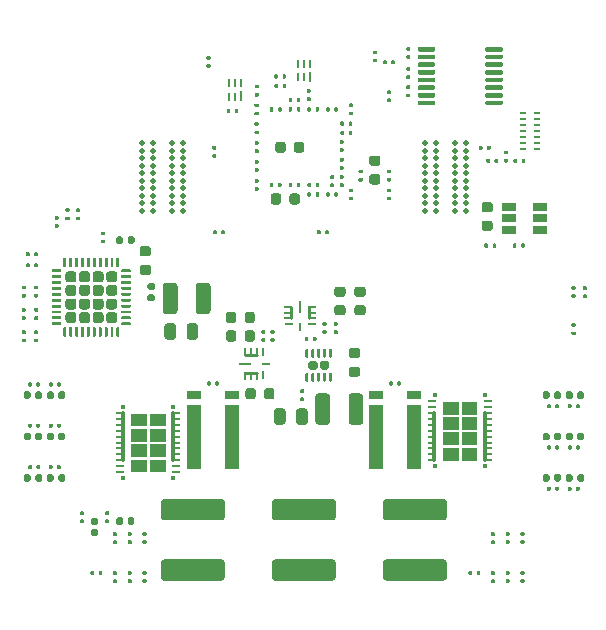
<source format=gbp>
%TF.GenerationSoftware,KiCad,Pcbnew,(5.1.6)-1*%
%TF.CreationDate,2020-11-03T12:16:30+01:00*%
%TF.ProjectId,omodri_laas,6f6d6f64-7269-45f6-9c61-61732e6b6963,1.0*%
%TF.SameCoordinates,Original*%
%TF.FileFunction,Paste,Bot*%
%TF.FilePolarity,Positive*%
%FSLAX46Y46*%
G04 Gerber Fmt 4.6, Leading zero omitted, Abs format (unit mm)*
G04 Created by KiCad (PCBNEW (5.1.6)-1) date 2020-11-03 12:16:30*
%MOMM*%
%LPD*%
G01*
G04 APERTURE LIST*
%ADD10C,0.300000*%
%ADD11C,0.100000*%
%ADD12C,0.250000*%
%ADD13R,0.700001X0.249999*%
%ADD14R,0.429999X0.375001*%
%ADD15C,0.500000*%
%ADD16R,0.499999X0.200000*%
%ADD17R,0.250000X0.700000*%
%ADD18R,0.700000X0.250000*%
%ADD19R,1.100000X0.250000*%
%ADD20R,0.250000X0.800000*%
%ADD21R,0.250000X1.100000*%
%ADD22R,0.800000X0.250000*%
%ADD23R,1.200000X0.700000*%
%ADD24R,1.200000X5.400000*%
%ADD25R,0.280000X0.750000*%
%ADD26R,0.280000X0.850000*%
%ADD27R,1.220000X0.650000*%
G04 APERTURE END LIST*
D10*
%TO.C,Q2*%
X113950000Y-85029999D02*
X113950000Y-88969999D01*
X109650000Y-85029999D02*
X109650000Y-88969999D01*
D11*
G36*
X111650000Y-88949999D02*
G01*
X110400000Y-88949999D01*
X110400000Y-89949999D01*
X111650000Y-89949999D01*
X111650000Y-88949999D01*
G37*
X111650000Y-88949999D02*
X110400000Y-88949999D01*
X110400000Y-89949999D01*
X111650000Y-89949999D01*
X111650000Y-88949999D01*
G36*
X113250000Y-88949999D02*
G01*
X111950000Y-88949999D01*
X111950000Y-89949999D01*
X113250000Y-89949999D01*
X113250000Y-88949999D01*
G37*
X113250000Y-88949999D02*
X111950000Y-88949999D01*
X111950000Y-89949999D01*
X113250000Y-89949999D01*
X113250000Y-88949999D01*
G36*
X111650000Y-87649999D02*
G01*
X110400000Y-87649999D01*
X110400000Y-88649999D01*
X111650000Y-88649999D01*
X111650000Y-87649999D01*
G37*
X111650000Y-87649999D02*
X110400000Y-87649999D01*
X110400000Y-88649999D01*
X111650000Y-88649999D01*
X111650000Y-87649999D01*
G36*
X113250000Y-87649999D02*
G01*
X111950000Y-87649999D01*
X111950000Y-88649999D01*
X113250000Y-88649999D01*
X113250000Y-87649999D01*
G37*
X113250000Y-87649999D02*
X111950000Y-87649999D01*
X111950000Y-88649999D01*
X113250000Y-88649999D01*
X113250000Y-87649999D01*
G36*
X111650000Y-86349999D02*
G01*
X110400000Y-86349999D01*
X110400000Y-87349999D01*
X111650000Y-87349999D01*
X111650000Y-86349999D01*
G37*
X111650000Y-86349999D02*
X110400000Y-86349999D01*
X110400000Y-87349999D01*
X111650000Y-87349999D01*
X111650000Y-86349999D01*
G36*
X113250000Y-86349999D02*
G01*
X111950000Y-86349999D01*
X111950000Y-87349999D01*
X113250000Y-87349999D01*
X113250000Y-86349999D01*
G37*
X113250000Y-86349999D02*
X111950000Y-86349999D01*
X111950000Y-87349999D01*
X113250000Y-87349999D01*
X113250000Y-86349999D01*
G36*
X111650000Y-85049999D02*
G01*
X110400000Y-85049999D01*
X110400000Y-86049999D01*
X111650000Y-86049999D01*
X111650000Y-85049999D01*
G37*
X111650000Y-85049999D02*
X110400000Y-85049999D01*
X110400000Y-86049999D01*
X111650000Y-86049999D01*
X111650000Y-85049999D01*
G36*
X113250000Y-85049999D02*
G01*
X111950000Y-85049999D01*
X111950000Y-86049999D01*
X113250000Y-86049999D01*
X113250000Y-85049999D01*
G37*
X113250000Y-85049999D02*
X111950000Y-85049999D01*
X111950000Y-86049999D01*
X113250000Y-86049999D01*
X113250000Y-85049999D01*
D10*
%TO.C,Q5*%
X136050000Y-88970001D02*
X136050000Y-85030001D01*
X140350000Y-88970001D02*
X140350000Y-85030001D01*
D11*
G36*
X138350000Y-85050001D02*
G01*
X139600000Y-85050001D01*
X139600000Y-84050001D01*
X138350000Y-84050001D01*
X138350000Y-85050001D01*
G37*
X138350000Y-85050001D02*
X139600000Y-85050001D01*
X139600000Y-84050001D01*
X138350000Y-84050001D01*
X138350000Y-85050001D01*
G36*
X136750000Y-85050001D02*
G01*
X138050000Y-85050001D01*
X138050000Y-84050001D01*
X136750000Y-84050001D01*
X136750000Y-85050001D01*
G37*
X136750000Y-85050001D02*
X138050000Y-85050001D01*
X138050000Y-84050001D01*
X136750000Y-84050001D01*
X136750000Y-85050001D01*
G36*
X138350000Y-86350001D02*
G01*
X139600000Y-86350001D01*
X139600000Y-85350001D01*
X138350000Y-85350001D01*
X138350000Y-86350001D01*
G37*
X138350000Y-86350001D02*
X139600000Y-86350001D01*
X139600000Y-85350001D01*
X138350000Y-85350001D01*
X138350000Y-86350001D01*
G36*
X136750000Y-86350001D02*
G01*
X138050000Y-86350001D01*
X138050000Y-85350001D01*
X136750000Y-85350001D01*
X136750000Y-86350001D01*
G37*
X136750000Y-86350001D02*
X138050000Y-86350001D01*
X138050000Y-85350001D01*
X136750000Y-85350001D01*
X136750000Y-86350001D01*
G36*
X138350000Y-87650001D02*
G01*
X139600000Y-87650001D01*
X139600000Y-86650001D01*
X138350000Y-86650001D01*
X138350000Y-87650001D01*
G37*
X138350000Y-87650001D02*
X139600000Y-87650001D01*
X139600000Y-86650001D01*
X138350000Y-86650001D01*
X138350000Y-87650001D01*
G36*
X136750000Y-87650001D02*
G01*
X138050000Y-87650001D01*
X138050000Y-86650001D01*
X136750000Y-86650001D01*
X136750000Y-87650001D01*
G37*
X136750000Y-87650001D02*
X138050000Y-87650001D01*
X138050000Y-86650001D01*
X136750000Y-86650001D01*
X136750000Y-87650001D01*
G36*
X138350000Y-88950001D02*
G01*
X139600000Y-88950001D01*
X139600000Y-87950001D01*
X138350000Y-87950001D01*
X138350000Y-88950001D01*
G37*
X138350000Y-88950001D02*
X139600000Y-88950001D01*
X139600000Y-87950001D01*
X138350000Y-87950001D01*
X138350000Y-88950001D01*
G36*
X136750000Y-88950001D02*
G01*
X138050000Y-88950001D01*
X138050000Y-87950001D01*
X136750000Y-87950001D01*
X136750000Y-88950001D01*
G37*
X136750000Y-88950001D02*
X138050000Y-88950001D01*
X138050000Y-87950001D01*
X136750000Y-87950001D01*
X136750000Y-88950001D01*
D12*
%TO.C,U4*%
X121050000Y-80087500D02*
X120050000Y-80087500D01*
X121050000Y-81637500D02*
X120050000Y-81637500D01*
%TO.C,U3*%
X125441800Y-76994700D02*
X125441800Y-75994700D01*
X123891800Y-76994700D02*
X123891800Y-75994700D01*
%TD*%
D13*
%TO.C,Q2*%
X109450000Y-89999999D03*
X109450000Y-89500000D03*
X109450000Y-88999999D03*
X109450000Y-88500000D03*
X109450000Y-87999998D03*
X109450000Y-87499999D03*
X109450000Y-87000000D03*
X109450000Y-86499998D03*
X109450000Y-85999999D03*
X109450000Y-85499998D03*
X109450000Y-84999999D03*
X114150000Y-84999999D03*
X114150000Y-85499998D03*
X114150000Y-85999999D03*
X114150000Y-86499998D03*
X114150000Y-87000000D03*
X114150000Y-87499999D03*
X114150000Y-87999998D03*
X114150000Y-88500000D03*
X114150000Y-88999999D03*
X114150000Y-89500000D03*
X114150000Y-89999999D03*
D14*
X109685000Y-90512998D03*
X109685000Y-84487000D03*
X113915000Y-84487000D03*
X113915000Y-90512998D03*
%TD*%
D13*
%TO.C,Q5*%
X140550000Y-84000001D03*
X140550000Y-84500000D03*
X140550000Y-85000001D03*
X140550000Y-85500000D03*
X140550000Y-86000002D03*
X140550000Y-86500001D03*
X140550000Y-87000000D03*
X140550000Y-87500002D03*
X140550000Y-88000001D03*
X140550000Y-88500002D03*
X140550000Y-89000001D03*
X135850000Y-89000001D03*
X135850000Y-88500002D03*
X135850000Y-88000001D03*
X135850000Y-87500002D03*
X135850000Y-87000000D03*
X135850000Y-86500001D03*
X135850000Y-86000002D03*
X135850000Y-85500000D03*
X135850000Y-85000001D03*
X135850000Y-84500000D03*
X135850000Y-84000001D03*
D14*
X140315000Y-83487002D03*
X140315000Y-89513000D03*
X136085000Y-89513000D03*
X136085000Y-83487002D03*
%TD*%
D15*
%TO.C,J15*%
X113790000Y-67857500D03*
X113790000Y-67222500D03*
X113790000Y-66587500D03*
X113790000Y-65952500D03*
X113790000Y-65317500D03*
X113790000Y-64682500D03*
X113790000Y-64047500D03*
X113790000Y-63412500D03*
X113790000Y-62777500D03*
X113790000Y-62142500D03*
X114750000Y-67857500D03*
X114750000Y-67222500D03*
X114750000Y-66587500D03*
X114750000Y-65952500D03*
X114750000Y-65317500D03*
X114750000Y-64682500D03*
X114750000Y-64047500D03*
X114750000Y-63412500D03*
X114750000Y-62777500D03*
X114750000Y-62142500D03*
X112210000Y-67857500D03*
X112210000Y-67222500D03*
X112210000Y-66587500D03*
X112210000Y-65952500D03*
X112210000Y-65317500D03*
X112210000Y-64682500D03*
X112210000Y-64047500D03*
X112210000Y-63412500D03*
X112210000Y-62777500D03*
X112210000Y-62142500D03*
X111250000Y-67857500D03*
X111250000Y-67222500D03*
X111250000Y-66587500D03*
X111250000Y-65952500D03*
X111250000Y-65317500D03*
X111250000Y-64682500D03*
X111250000Y-64047500D03*
X111250000Y-63412500D03*
X111250000Y-62777500D03*
X111250000Y-62142500D03*
%TD*%
D16*
%TO.C,U13*%
X144775000Y-59624995D03*
X144775000Y-60124994D03*
X144775000Y-60624996D03*
X144775000Y-61124995D03*
X144775000Y-61624997D03*
X144775000Y-62124996D03*
X144775000Y-62624995D03*
X143525000Y-62624995D03*
X143525000Y-62124996D03*
X143525000Y-61624997D03*
X143525000Y-61124995D03*
X143525000Y-60624996D03*
X143525000Y-60124994D03*
X143525000Y-59624995D03*
%TD*%
%TO.C,C88*%
G36*
G01*
X104101000Y-86180500D02*
X104101000Y-85979500D01*
G75*
G02*
X104180500Y-85900000I79500J0D01*
G01*
X104339500Y-85900000D01*
G75*
G02*
X104419000Y-85979500I0J-79500D01*
G01*
X104419000Y-86180500D01*
G75*
G02*
X104339500Y-86260000I-79500J0D01*
G01*
X104180500Y-86260000D01*
G75*
G02*
X104101000Y-86180500I0J79500D01*
G01*
G37*
G36*
G01*
X103411000Y-86180500D02*
X103411000Y-85979500D01*
G75*
G02*
X103490500Y-85900000I79500J0D01*
G01*
X103649500Y-85900000D01*
G75*
G02*
X103729000Y-85979500I0J-79500D01*
G01*
X103729000Y-86180500D01*
G75*
G02*
X103649500Y-86260000I-79500J0D01*
G01*
X103490500Y-86260000D01*
G75*
G02*
X103411000Y-86180500I0J79500D01*
G01*
G37*
%TD*%
%TO.C,R61*%
G36*
G01*
X148880500Y-74594000D02*
X148679500Y-74594000D01*
G75*
G02*
X148600000Y-74514500I0J79500D01*
G01*
X148600000Y-74355500D01*
G75*
G02*
X148679500Y-74276000I79500J0D01*
G01*
X148880500Y-74276000D01*
G75*
G02*
X148960000Y-74355500I0J-79500D01*
G01*
X148960000Y-74514500D01*
G75*
G02*
X148880500Y-74594000I-79500J0D01*
G01*
G37*
G36*
G01*
X148880500Y-75284000D02*
X148679500Y-75284000D01*
G75*
G02*
X148600000Y-75204500I0J79500D01*
G01*
X148600000Y-75045500D01*
G75*
G02*
X148679500Y-74966000I79500J0D01*
G01*
X148880500Y-74966000D01*
G75*
G02*
X148960000Y-75045500I0J-79500D01*
G01*
X148960000Y-75204500D01*
G75*
G02*
X148880500Y-75284000I-79500J0D01*
G01*
G37*
%TD*%
%TO.C,R60*%
G36*
G01*
X147930500Y-74594000D02*
X147729500Y-74594000D01*
G75*
G02*
X147650000Y-74514500I0J79500D01*
G01*
X147650000Y-74355500D01*
G75*
G02*
X147729500Y-74276000I79500J0D01*
G01*
X147930500Y-74276000D01*
G75*
G02*
X148010000Y-74355500I0J-79500D01*
G01*
X148010000Y-74514500D01*
G75*
G02*
X147930500Y-74594000I-79500J0D01*
G01*
G37*
G36*
G01*
X147930500Y-75284000D02*
X147729500Y-75284000D01*
G75*
G02*
X147650000Y-75204500I0J79500D01*
G01*
X147650000Y-75045500D01*
G75*
G02*
X147729500Y-74966000I79500J0D01*
G01*
X147930500Y-74966000D01*
G75*
G02*
X148010000Y-75045500I0J-79500D01*
G01*
X148010000Y-75204500D01*
G75*
G02*
X147930500Y-75284000I-79500J0D01*
G01*
G37*
%TD*%
%TO.C,C98*%
G36*
G01*
X147729500Y-78106000D02*
X147930500Y-78106000D01*
G75*
G02*
X148010000Y-78185500I0J-79500D01*
G01*
X148010000Y-78344500D01*
G75*
G02*
X147930500Y-78424000I-79500J0D01*
G01*
X147729500Y-78424000D01*
G75*
G02*
X147650000Y-78344500I0J79500D01*
G01*
X147650000Y-78185500D01*
G75*
G02*
X147729500Y-78106000I79500J0D01*
G01*
G37*
G36*
G01*
X147729500Y-77416000D02*
X147930500Y-77416000D01*
G75*
G02*
X148010000Y-77495500I0J-79500D01*
G01*
X148010000Y-77654500D01*
G75*
G02*
X147930500Y-77734000I-79500J0D01*
G01*
X147729500Y-77734000D01*
G75*
G02*
X147650000Y-77654500I0J79500D01*
G01*
X147650000Y-77495500D01*
G75*
G02*
X147729500Y-77416000I79500J0D01*
G01*
G37*
%TD*%
D17*
%TO.C,U4*%
X120050000Y-79862500D03*
X120550000Y-79862500D03*
X121050000Y-79862500D03*
X120050000Y-81862500D03*
X120550000Y-81862500D03*
X121050000Y-81862500D03*
D18*
X121750000Y-80862500D03*
D17*
X121550000Y-79862500D03*
D19*
X120050000Y-80862500D03*
D20*
X121550000Y-81812500D03*
%TD*%
D18*
%TO.C,U3*%
X125666800Y-75994700D03*
X125666800Y-76494700D03*
X125666800Y-76994700D03*
X123666800Y-75994700D03*
X123666800Y-76494700D03*
X123666800Y-76994700D03*
D17*
X124666800Y-77694700D03*
D18*
X125666800Y-77494700D03*
D21*
X124666800Y-75994700D03*
D22*
X123716800Y-77494700D03*
%TD*%
D23*
%TO.C,R56*%
X131100000Y-83450000D03*
X134300000Y-83450000D03*
D24*
X131100000Y-87000000D03*
X134300000Y-87000000D03*
%TD*%
%TO.C,C1*%
G36*
G01*
X105080500Y-68004000D02*
X104879500Y-68004000D01*
G75*
G02*
X104800000Y-67924500I0J79500D01*
G01*
X104800000Y-67765500D01*
G75*
G02*
X104879500Y-67686000I79500J0D01*
G01*
X105080500Y-67686000D01*
G75*
G02*
X105160000Y-67765500I0J-79500D01*
G01*
X105160000Y-67924500D01*
G75*
G02*
X105080500Y-68004000I-79500J0D01*
G01*
G37*
G36*
G01*
X105080500Y-68694000D02*
X104879500Y-68694000D01*
G75*
G02*
X104800000Y-68614500I0J79500D01*
G01*
X104800000Y-68455500D01*
G75*
G02*
X104879500Y-68376000I79500J0D01*
G01*
X105080500Y-68376000D01*
G75*
G02*
X105160000Y-68455500I0J-79500D01*
G01*
X105160000Y-68614500D01*
G75*
G02*
X105080500Y-68694000I-79500J0D01*
G01*
G37*
%TD*%
%TO.C,C3*%
G36*
G01*
X128300900Y-65194000D02*
X128099900Y-65194000D01*
G75*
G02*
X128020400Y-65114500I0J79500D01*
G01*
X128020400Y-64955500D01*
G75*
G02*
X128099900Y-64876000I79500J0D01*
G01*
X128300900Y-64876000D01*
G75*
G02*
X128380400Y-64955500I0J-79500D01*
G01*
X128380400Y-65114500D01*
G75*
G02*
X128300900Y-65194000I-79500J0D01*
G01*
G37*
G36*
G01*
X128300900Y-65884000D02*
X128099900Y-65884000D01*
G75*
G02*
X128020400Y-65804500I0J79500D01*
G01*
X128020400Y-65645500D01*
G75*
G02*
X128099900Y-65566000I79500J0D01*
G01*
X128300900Y-65566000D01*
G75*
G02*
X128380400Y-65645500I0J-79500D01*
G01*
X128380400Y-65804500D01*
G75*
G02*
X128300900Y-65884000I-79500J0D01*
G01*
G37*
%TD*%
%TO.C,C4*%
G36*
G01*
X128902792Y-66689334D02*
X129103792Y-66689334D01*
G75*
G02*
X129183292Y-66768834I0J-79500D01*
G01*
X129183292Y-66927834D01*
G75*
G02*
X129103792Y-67007334I-79500J0D01*
G01*
X128902792Y-67007334D01*
G75*
G02*
X128823292Y-66927834I0J79500D01*
G01*
X128823292Y-66768834D01*
G75*
G02*
X128902792Y-66689334I79500J0D01*
G01*
G37*
G36*
G01*
X128902792Y-65999334D02*
X129103792Y-65999334D01*
G75*
G02*
X129183292Y-66078834I0J-79500D01*
G01*
X129183292Y-66237834D01*
G75*
G02*
X129103792Y-66317334I-79500J0D01*
G01*
X128902792Y-66317334D01*
G75*
G02*
X128823292Y-66237834I0J79500D01*
G01*
X128823292Y-66078834D01*
G75*
G02*
X128902792Y-65999334I79500J0D01*
G01*
G37*
%TD*%
%TO.C,C5*%
G36*
G01*
X128414000Y-61199500D02*
X128414000Y-61400500D01*
G75*
G02*
X128334500Y-61480000I-79500J0D01*
G01*
X128175500Y-61480000D01*
G75*
G02*
X128096000Y-61400500I0J79500D01*
G01*
X128096000Y-61199500D01*
G75*
G02*
X128175500Y-61120000I79500J0D01*
G01*
X128334500Y-61120000D01*
G75*
G02*
X128414000Y-61199500I0J-79500D01*
G01*
G37*
G36*
G01*
X129104000Y-61199500D02*
X129104000Y-61400500D01*
G75*
G02*
X129024500Y-61480000I-79500J0D01*
G01*
X128865500Y-61480000D01*
G75*
G02*
X128786000Y-61400500I0J79500D01*
G01*
X128786000Y-61199500D01*
G75*
G02*
X128865500Y-61120000I79500J0D01*
G01*
X129024500Y-61120000D01*
G75*
G02*
X129104000Y-61199500I0J-79500D01*
G01*
G37*
%TD*%
%TO.C,C6*%
G36*
G01*
X128414000Y-60399500D02*
X128414000Y-60600500D01*
G75*
G02*
X128334500Y-60680000I-79500J0D01*
G01*
X128175500Y-60680000D01*
G75*
G02*
X128096000Y-60600500I0J79500D01*
G01*
X128096000Y-60399500D01*
G75*
G02*
X128175500Y-60320000I79500J0D01*
G01*
X128334500Y-60320000D01*
G75*
G02*
X128414000Y-60399500I0J-79500D01*
G01*
G37*
G36*
G01*
X129104000Y-60399500D02*
X129104000Y-60600500D01*
G75*
G02*
X129024500Y-60680000I-79500J0D01*
G01*
X128865500Y-60680000D01*
G75*
G02*
X128786000Y-60600500I0J79500D01*
G01*
X128786000Y-60399500D01*
G75*
G02*
X128865500Y-60320000I79500J0D01*
G01*
X129024500Y-60320000D01*
G75*
G02*
X129104000Y-60399500I0J-79500D01*
G01*
G37*
%TD*%
%TO.C,C7*%
G36*
G01*
X122819000Y-57209500D02*
X122819000Y-57410500D01*
G75*
G02*
X122739500Y-57490000I-79500J0D01*
G01*
X122580500Y-57490000D01*
G75*
G02*
X122501000Y-57410500I0J79500D01*
G01*
X122501000Y-57209500D01*
G75*
G02*
X122580500Y-57130000I79500J0D01*
G01*
X122739500Y-57130000D01*
G75*
G02*
X122819000Y-57209500I0J-79500D01*
G01*
G37*
G36*
G01*
X123509000Y-57209500D02*
X123509000Y-57410500D01*
G75*
G02*
X123429500Y-57490000I-79500J0D01*
G01*
X123270500Y-57490000D01*
G75*
G02*
X123191000Y-57410500I0J79500D01*
G01*
X123191000Y-57209500D01*
G75*
G02*
X123270500Y-57130000I79500J0D01*
G01*
X123429500Y-57130000D01*
G75*
G02*
X123509000Y-57209500I0J-79500D01*
G01*
G37*
%TD*%
%TO.C,C8*%
G36*
G01*
X122816370Y-56407787D02*
X122816370Y-56608787D01*
G75*
G02*
X122736870Y-56688287I-79500J0D01*
G01*
X122577870Y-56688287D01*
G75*
G02*
X122498370Y-56608787I0J79500D01*
G01*
X122498370Y-56407787D01*
G75*
G02*
X122577870Y-56328287I79500J0D01*
G01*
X122736870Y-56328287D01*
G75*
G02*
X122816370Y-56407787I0J-79500D01*
G01*
G37*
G36*
G01*
X123506370Y-56407787D02*
X123506370Y-56608787D01*
G75*
G02*
X123426870Y-56688287I-79500J0D01*
G01*
X123267870Y-56688287D01*
G75*
G02*
X123188370Y-56608787I0J79500D01*
G01*
X123188370Y-56407787D01*
G75*
G02*
X123267870Y-56328287I79500J0D01*
G01*
X123426870Y-56328287D01*
G75*
G02*
X123506370Y-56407787I0J-79500D01*
G01*
G37*
%TD*%
%TO.C,C9*%
G36*
G01*
X128775000Y-85745000D02*
X128775000Y-83595000D01*
G75*
G02*
X129025000Y-83345000I250000J0D01*
G01*
X129775000Y-83345000D01*
G75*
G02*
X130025000Y-83595000I0J-250000D01*
G01*
X130025000Y-85745000D01*
G75*
G02*
X129775000Y-85995000I-250000J0D01*
G01*
X129025000Y-85995000D01*
G75*
G02*
X128775000Y-85745000I0J250000D01*
G01*
G37*
G36*
G01*
X125975000Y-85745000D02*
X125975000Y-83595000D01*
G75*
G02*
X126225000Y-83345000I250000J0D01*
G01*
X126975000Y-83345000D01*
G75*
G02*
X127225000Y-83595000I0J-250000D01*
G01*
X127225000Y-85745000D01*
G75*
G02*
X126975000Y-85995000I-250000J0D01*
G01*
X126225000Y-85995000D01*
G75*
G02*
X125975000Y-85745000I0J250000D01*
G01*
G37*
%TD*%
%TO.C,C10*%
G36*
G01*
X123450000Y-84843750D02*
X123450000Y-85756250D01*
G75*
G02*
X123206250Y-86000000I-243750J0D01*
G01*
X122718750Y-86000000D01*
G75*
G02*
X122475000Y-85756250I0J243750D01*
G01*
X122475000Y-84843750D01*
G75*
G02*
X122718750Y-84600000I243750J0D01*
G01*
X123206250Y-84600000D01*
G75*
G02*
X123450000Y-84843750I0J-243750D01*
G01*
G37*
G36*
G01*
X125325000Y-84843750D02*
X125325000Y-85756250D01*
G75*
G02*
X125081250Y-86000000I-243750J0D01*
G01*
X124593750Y-86000000D01*
G75*
G02*
X124350000Y-85756250I0J243750D01*
G01*
X124350000Y-84843750D01*
G75*
G02*
X124593750Y-84600000I243750J0D01*
G01*
X125081250Y-84600000D01*
G75*
G02*
X125325000Y-84843750I0J-243750D01*
G01*
G37*
%TD*%
%TO.C,C11*%
G36*
G01*
X125756000Y-78850500D02*
X125756000Y-78649500D01*
G75*
G02*
X125835500Y-78570000I79500J0D01*
G01*
X125994500Y-78570000D01*
G75*
G02*
X126074000Y-78649500I0J-79500D01*
G01*
X126074000Y-78850500D01*
G75*
G02*
X125994500Y-78930000I-79500J0D01*
G01*
X125835500Y-78930000D01*
G75*
G02*
X125756000Y-78850500I0J79500D01*
G01*
G37*
G36*
G01*
X125066000Y-78850500D02*
X125066000Y-78649500D01*
G75*
G02*
X125145500Y-78570000I79500J0D01*
G01*
X125304500Y-78570000D01*
G75*
G02*
X125384000Y-78649500I0J-79500D01*
G01*
X125384000Y-78850500D01*
G75*
G02*
X125304500Y-78930000I-79500J0D01*
G01*
X125145500Y-78930000D01*
G75*
G02*
X125066000Y-78850500I0J79500D01*
G01*
G37*
%TD*%
%TO.C,C12*%
G36*
G01*
X124749500Y-83686000D02*
X124950500Y-83686000D01*
G75*
G02*
X125030000Y-83765500I0J-79500D01*
G01*
X125030000Y-83924500D01*
G75*
G02*
X124950500Y-84004000I-79500J0D01*
G01*
X124749500Y-84004000D01*
G75*
G02*
X124670000Y-83924500I0J79500D01*
G01*
X124670000Y-83765500D01*
G75*
G02*
X124749500Y-83686000I79500J0D01*
G01*
G37*
G36*
G01*
X124749500Y-82996000D02*
X124950500Y-82996000D01*
G75*
G02*
X125030000Y-83075500I0J-79500D01*
G01*
X125030000Y-83234500D01*
G75*
G02*
X124950500Y-83314000I-79500J0D01*
G01*
X124749500Y-83314000D01*
G75*
G02*
X124670000Y-83234500I0J79500D01*
G01*
X124670000Y-83075500D01*
G75*
G02*
X124749500Y-82996000I79500J0D01*
G01*
G37*
%TD*%
%TO.C,C13*%
G36*
G01*
X120925000Y-83117500D02*
X120925000Y-83630000D01*
G75*
G02*
X120706250Y-83848750I-218750J0D01*
G01*
X120268750Y-83848750D01*
G75*
G02*
X120050000Y-83630000I0J218750D01*
G01*
X120050000Y-83117500D01*
G75*
G02*
X120268750Y-82898750I218750J0D01*
G01*
X120706250Y-82898750D01*
G75*
G02*
X120925000Y-83117500I0J-218750D01*
G01*
G37*
G36*
G01*
X122500000Y-83117500D02*
X122500000Y-83630000D01*
G75*
G02*
X122281250Y-83848750I-218750J0D01*
G01*
X121843750Y-83848750D01*
G75*
G02*
X121625000Y-83630000I0J218750D01*
G01*
X121625000Y-83117500D01*
G75*
G02*
X121843750Y-82898750I218750J0D01*
G01*
X122281250Y-82898750D01*
G75*
G02*
X122500000Y-83117500I0J-218750D01*
G01*
G37*
%TD*%
%TO.C,C14*%
G36*
G01*
X123770000Y-67136250D02*
X123770000Y-66623750D01*
G75*
G02*
X123988750Y-66405000I218750J0D01*
G01*
X124426250Y-66405000D01*
G75*
G02*
X124645000Y-66623750I0J-218750D01*
G01*
X124645000Y-67136250D01*
G75*
G02*
X124426250Y-67355000I-218750J0D01*
G01*
X123988750Y-67355000D01*
G75*
G02*
X123770000Y-67136250I0J218750D01*
G01*
G37*
G36*
G01*
X122195000Y-67136250D02*
X122195000Y-66623750D01*
G75*
G02*
X122413750Y-66405000I218750J0D01*
G01*
X122851250Y-66405000D01*
G75*
G02*
X123070000Y-66623750I0J-218750D01*
G01*
X123070000Y-67136250D01*
G75*
G02*
X122851250Y-67355000I-218750J0D01*
G01*
X122413750Y-67355000D01*
G75*
G02*
X122195000Y-67136250I0J218750D01*
G01*
G37*
%TD*%
%TO.C,C15*%
G36*
G01*
X124386000Y-65802066D02*
X124386000Y-65601066D01*
G75*
G02*
X124465500Y-65521566I79500J0D01*
G01*
X124624500Y-65521566D01*
G75*
G02*
X124704000Y-65601066I0J-79500D01*
G01*
X124704000Y-65802066D01*
G75*
G02*
X124624500Y-65881566I-79500J0D01*
G01*
X124465500Y-65881566D01*
G75*
G02*
X124386000Y-65802066I0J79500D01*
G01*
G37*
G36*
G01*
X123696000Y-65802066D02*
X123696000Y-65601066D01*
G75*
G02*
X123775500Y-65521566I79500J0D01*
G01*
X123934500Y-65521566D01*
G75*
G02*
X124014000Y-65601066I0J-79500D01*
G01*
X124014000Y-65802066D01*
G75*
G02*
X123934500Y-65881566I-79500J0D01*
G01*
X123775500Y-65881566D01*
G75*
G02*
X123696000Y-65802066I0J79500D01*
G01*
G37*
%TD*%
%TO.C,C16*%
G36*
G01*
X131256250Y-64082500D02*
X130743750Y-64082500D01*
G75*
G02*
X130525000Y-63863750I0J218750D01*
G01*
X130525000Y-63426250D01*
G75*
G02*
X130743750Y-63207500I218750J0D01*
G01*
X131256250Y-63207500D01*
G75*
G02*
X131475000Y-63426250I0J-218750D01*
G01*
X131475000Y-63863750D01*
G75*
G02*
X131256250Y-64082500I-218750J0D01*
G01*
G37*
G36*
G01*
X131256250Y-65657500D02*
X130743750Y-65657500D01*
G75*
G02*
X130525000Y-65438750I0J218750D01*
G01*
X130525000Y-65001250D01*
G75*
G02*
X130743750Y-64782500I218750J0D01*
G01*
X131256250Y-64782500D01*
G75*
G02*
X131475000Y-65001250I0J-218750D01*
G01*
X131475000Y-65438750D01*
G75*
G02*
X131256250Y-65657500I-218750J0D01*
G01*
G37*
%TD*%
%TO.C,C17*%
G36*
G01*
X129900500Y-64714000D02*
X129699500Y-64714000D01*
G75*
G02*
X129620000Y-64634500I0J79500D01*
G01*
X129620000Y-64475500D01*
G75*
G02*
X129699500Y-64396000I79500J0D01*
G01*
X129900500Y-64396000D01*
G75*
G02*
X129980000Y-64475500I0J-79500D01*
G01*
X129980000Y-64634500D01*
G75*
G02*
X129900500Y-64714000I-79500J0D01*
G01*
G37*
G36*
G01*
X129900500Y-65404000D02*
X129699500Y-65404000D01*
G75*
G02*
X129620000Y-65324500I0J79500D01*
G01*
X129620000Y-65165500D01*
G75*
G02*
X129699500Y-65086000I79500J0D01*
G01*
X129900500Y-65086000D01*
G75*
G02*
X129980000Y-65165500I0J-79500D01*
G01*
X129980000Y-65324500D01*
G75*
G02*
X129900500Y-65404000I-79500J0D01*
G01*
G37*
%TD*%
%TO.C,C19*%
G36*
G01*
X129025750Y-81070000D02*
X129538250Y-81070000D01*
G75*
G02*
X129757000Y-81288750I0J-218750D01*
G01*
X129757000Y-81726250D01*
G75*
G02*
X129538250Y-81945000I-218750J0D01*
G01*
X129025750Y-81945000D01*
G75*
G02*
X128807000Y-81726250I0J218750D01*
G01*
X128807000Y-81288750D01*
G75*
G02*
X129025750Y-81070000I218750J0D01*
G01*
G37*
G36*
G01*
X129025750Y-79495000D02*
X129538250Y-79495000D01*
G75*
G02*
X129757000Y-79713750I0J-218750D01*
G01*
X129757000Y-80151250D01*
G75*
G02*
X129538250Y-80370000I-218750J0D01*
G01*
X129025750Y-80370000D01*
G75*
G02*
X128807000Y-80151250I0J218750D01*
G01*
X128807000Y-79713750D01*
G75*
G02*
X129025750Y-79495000I218750J0D01*
G01*
G37*
%TD*%
%TO.C,C21*%
G36*
G01*
X119272500Y-78223750D02*
X119272500Y-78736250D01*
G75*
G02*
X119053750Y-78955000I-218750J0D01*
G01*
X118616250Y-78955000D01*
G75*
G02*
X118397500Y-78736250I0J218750D01*
G01*
X118397500Y-78223750D01*
G75*
G02*
X118616250Y-78005000I218750J0D01*
G01*
X119053750Y-78005000D01*
G75*
G02*
X119272500Y-78223750I0J-218750D01*
G01*
G37*
G36*
G01*
X120847500Y-78223750D02*
X120847500Y-78736250D01*
G75*
G02*
X120628750Y-78955000I-218750J0D01*
G01*
X120191250Y-78955000D01*
G75*
G02*
X119972500Y-78736250I0J218750D01*
G01*
X119972500Y-78223750D01*
G75*
G02*
X120191250Y-78005000I218750J0D01*
G01*
X120628750Y-78005000D01*
G75*
G02*
X120847500Y-78223750I0J-218750D01*
G01*
G37*
%TD*%
%TO.C,C22*%
G36*
G01*
X124150000Y-62756250D02*
X124150000Y-62243750D01*
G75*
G02*
X124368750Y-62025000I218750J0D01*
G01*
X124806250Y-62025000D01*
G75*
G02*
X125025000Y-62243750I0J-218750D01*
G01*
X125025000Y-62756250D01*
G75*
G02*
X124806250Y-62975000I-218750J0D01*
G01*
X124368750Y-62975000D01*
G75*
G02*
X124150000Y-62756250I0J218750D01*
G01*
G37*
G36*
G01*
X122575000Y-62756250D02*
X122575000Y-62243750D01*
G75*
G02*
X122793750Y-62025000I218750J0D01*
G01*
X123231250Y-62025000D01*
G75*
G02*
X123450000Y-62243750I0J-218750D01*
G01*
X123450000Y-62756250D01*
G75*
G02*
X123231250Y-62975000I-218750J0D01*
G01*
X122793750Y-62975000D01*
G75*
G02*
X122575000Y-62756250I0J218750D01*
G01*
G37*
%TD*%
%TO.C,C23*%
G36*
G01*
X124386000Y-59400500D02*
X124386000Y-59199500D01*
G75*
G02*
X124465500Y-59120000I79500J0D01*
G01*
X124624500Y-59120000D01*
G75*
G02*
X124704000Y-59199500I0J-79500D01*
G01*
X124704000Y-59400500D01*
G75*
G02*
X124624500Y-59480000I-79500J0D01*
G01*
X124465500Y-59480000D01*
G75*
G02*
X124386000Y-59400500I0J79500D01*
G01*
G37*
G36*
G01*
X123696000Y-59400500D02*
X123696000Y-59199500D01*
G75*
G02*
X123775500Y-59120000I79500J0D01*
G01*
X123934500Y-59120000D01*
G75*
G02*
X124014000Y-59199500I0J-79500D01*
G01*
X124014000Y-59400500D01*
G75*
G02*
X123934500Y-59480000I-79500J0D01*
G01*
X123775500Y-59480000D01*
G75*
G02*
X123696000Y-59400500I0J79500D01*
G01*
G37*
%TD*%
%TO.C,C26*%
G36*
G01*
X143366000Y-70930500D02*
X143366000Y-70729500D01*
G75*
G02*
X143445500Y-70650000I79500J0D01*
G01*
X143604500Y-70650000D01*
G75*
G02*
X143684000Y-70729500I0J-79500D01*
G01*
X143684000Y-70930500D01*
G75*
G02*
X143604500Y-71010000I-79500J0D01*
G01*
X143445500Y-71010000D01*
G75*
G02*
X143366000Y-70930500I0J79500D01*
G01*
G37*
G36*
G01*
X142676000Y-70930500D02*
X142676000Y-70729500D01*
G75*
G02*
X142755500Y-70650000I79500J0D01*
G01*
X142914500Y-70650000D01*
G75*
G02*
X142994000Y-70729500I0J-79500D01*
G01*
X142994000Y-70930500D01*
G75*
G02*
X142914500Y-71010000I-79500J0D01*
G01*
X142755500Y-71010000D01*
G75*
G02*
X142676000Y-70930500I0J79500D01*
G01*
G37*
%TD*%
%TO.C,C27*%
G36*
G01*
X140604000Y-70729500D02*
X140604000Y-70930500D01*
G75*
G02*
X140524500Y-71010000I-79500J0D01*
G01*
X140365500Y-71010000D01*
G75*
G02*
X140286000Y-70930500I0J79500D01*
G01*
X140286000Y-70729500D01*
G75*
G02*
X140365500Y-70650000I79500J0D01*
G01*
X140524500Y-70650000D01*
G75*
G02*
X140604000Y-70729500I0J-79500D01*
G01*
G37*
G36*
G01*
X141294000Y-70729500D02*
X141294000Y-70930500D01*
G75*
G02*
X141214500Y-71010000I-79500J0D01*
G01*
X141055500Y-71010000D01*
G75*
G02*
X140976000Y-70930500I0J79500D01*
G01*
X140976000Y-70729500D01*
G75*
G02*
X141055500Y-70650000I79500J0D01*
G01*
X141214500Y-70650000D01*
G75*
G02*
X141294000Y-70729500I0J-79500D01*
G01*
G37*
%TD*%
%TO.C,C28*%
G36*
G01*
X140261250Y-68717500D02*
X140773750Y-68717500D01*
G75*
G02*
X140992500Y-68936250I0J-218750D01*
G01*
X140992500Y-69373750D01*
G75*
G02*
X140773750Y-69592500I-218750J0D01*
G01*
X140261250Y-69592500D01*
G75*
G02*
X140042500Y-69373750I0J218750D01*
G01*
X140042500Y-68936250D01*
G75*
G02*
X140261250Y-68717500I218750J0D01*
G01*
G37*
G36*
G01*
X140261250Y-67142500D02*
X140773750Y-67142500D01*
G75*
G02*
X140992500Y-67361250I0J-218750D01*
G01*
X140992500Y-67798750D01*
G75*
G02*
X140773750Y-68017500I-218750J0D01*
G01*
X140261250Y-68017500D01*
G75*
G02*
X140042500Y-67798750I0J218750D01*
G01*
X140042500Y-67361250D01*
G75*
G02*
X140261250Y-67142500I218750J0D01*
G01*
G37*
%TD*%
%TO.C,C29*%
G36*
G01*
X132300500Y-66314000D02*
X132099500Y-66314000D01*
G75*
G02*
X132020000Y-66234500I0J79500D01*
G01*
X132020000Y-66075500D01*
G75*
G02*
X132099500Y-65996000I79500J0D01*
G01*
X132300500Y-65996000D01*
G75*
G02*
X132380000Y-66075500I0J-79500D01*
G01*
X132380000Y-66234500D01*
G75*
G02*
X132300500Y-66314000I-79500J0D01*
G01*
G37*
G36*
G01*
X132300500Y-67004000D02*
X132099500Y-67004000D01*
G75*
G02*
X132020000Y-66924500I0J79500D01*
G01*
X132020000Y-66765500D01*
G75*
G02*
X132099500Y-66686000I79500J0D01*
G01*
X132300500Y-66686000D01*
G75*
G02*
X132380000Y-66765500I0J-79500D01*
G01*
X132380000Y-66924500D01*
G75*
G02*
X132300500Y-67004000I-79500J0D01*
G01*
G37*
%TD*%
%TO.C,C34*%
G36*
G01*
X121095438Y-60717689D02*
X120894438Y-60717689D01*
G75*
G02*
X120814938Y-60638189I0J79500D01*
G01*
X120814938Y-60479189D01*
G75*
G02*
X120894438Y-60399689I79500J0D01*
G01*
X121095438Y-60399689D01*
G75*
G02*
X121174938Y-60479189I0J-79500D01*
G01*
X121174938Y-60638189D01*
G75*
G02*
X121095438Y-60717689I-79500J0D01*
G01*
G37*
G36*
G01*
X121095438Y-61407689D02*
X120894438Y-61407689D01*
G75*
G02*
X120814938Y-61328189I0J79500D01*
G01*
X120814938Y-61169189D01*
G75*
G02*
X120894438Y-61089689I79500J0D01*
G01*
X121095438Y-61089689D01*
G75*
G02*
X121174938Y-61169189I0J-79500D01*
G01*
X121174938Y-61328189D01*
G75*
G02*
X121095438Y-61407689I-79500J0D01*
G01*
G37*
%TD*%
%TO.C,C35*%
G36*
G01*
X120903663Y-64283523D02*
X121104663Y-64283523D01*
G75*
G02*
X121184163Y-64363023I0J-79500D01*
G01*
X121184163Y-64522023D01*
G75*
G02*
X121104663Y-64601523I-79500J0D01*
G01*
X120903663Y-64601523D01*
G75*
G02*
X120824163Y-64522023I0J79500D01*
G01*
X120824163Y-64363023D01*
G75*
G02*
X120903663Y-64283523I79500J0D01*
G01*
G37*
G36*
G01*
X120903663Y-63593523D02*
X121104663Y-63593523D01*
G75*
G02*
X121184163Y-63673023I0J-79500D01*
G01*
X121184163Y-63832023D01*
G75*
G02*
X121104663Y-63911523I-79500J0D01*
G01*
X120903663Y-63911523D01*
G75*
G02*
X120824163Y-63832023I0J79500D01*
G01*
X120824163Y-63673023D01*
G75*
G02*
X120903663Y-63593523I79500J0D01*
G01*
G37*
%TD*%
%TO.C,C36*%
G36*
G01*
X125987561Y-66600500D02*
X125987561Y-66399500D01*
G75*
G02*
X126067061Y-66320000I79500J0D01*
G01*
X126226061Y-66320000D01*
G75*
G02*
X126305561Y-66399500I0J-79500D01*
G01*
X126305561Y-66600500D01*
G75*
G02*
X126226061Y-66680000I-79500J0D01*
G01*
X126067061Y-66680000D01*
G75*
G02*
X125987561Y-66600500I0J79500D01*
G01*
G37*
G36*
G01*
X125297561Y-66600500D02*
X125297561Y-66399500D01*
G75*
G02*
X125377061Y-66320000I79500J0D01*
G01*
X125536061Y-66320000D01*
G75*
G02*
X125615561Y-66399500I0J-79500D01*
G01*
X125615561Y-66600500D01*
G75*
G02*
X125536061Y-66680000I-79500J0D01*
G01*
X125377061Y-66680000D01*
G75*
G02*
X125297561Y-66600500I0J79500D01*
G01*
G37*
%TD*%
%TO.C,C37*%
G36*
G01*
X128300500Y-62214000D02*
X128099500Y-62214000D01*
G75*
G02*
X128020000Y-62134500I0J79500D01*
G01*
X128020000Y-61975500D01*
G75*
G02*
X128099500Y-61896000I79500J0D01*
G01*
X128300500Y-61896000D01*
G75*
G02*
X128380000Y-61975500I0J-79500D01*
G01*
X128380000Y-62134500D01*
G75*
G02*
X128300500Y-62214000I-79500J0D01*
G01*
G37*
G36*
G01*
X128300500Y-62904000D02*
X128099500Y-62904000D01*
G75*
G02*
X128020000Y-62824500I0J79500D01*
G01*
X128020000Y-62665500D01*
G75*
G02*
X128099500Y-62586000I79500J0D01*
G01*
X128300500Y-62586000D01*
G75*
G02*
X128380000Y-62665500I0J-79500D01*
G01*
X128380000Y-62824500D01*
G75*
G02*
X128300500Y-62904000I-79500J0D01*
G01*
G37*
%TD*%
%TO.C,C38*%
G36*
G01*
X129100500Y-59112358D02*
X128899500Y-59112358D01*
G75*
G02*
X128820000Y-59032858I0J79500D01*
G01*
X128820000Y-58873858D01*
G75*
G02*
X128899500Y-58794358I79500J0D01*
G01*
X129100500Y-58794358D01*
G75*
G02*
X129180000Y-58873858I0J-79500D01*
G01*
X129180000Y-59032858D01*
G75*
G02*
X129100500Y-59112358I-79500J0D01*
G01*
G37*
G36*
G01*
X129100500Y-59802358D02*
X128899500Y-59802358D01*
G75*
G02*
X128820000Y-59722858I0J79500D01*
G01*
X128820000Y-59563858D01*
G75*
G02*
X128899500Y-59484358I79500J0D01*
G01*
X129100500Y-59484358D01*
G75*
G02*
X129180000Y-59563858I0J-79500D01*
G01*
X129180000Y-59722858D01*
G75*
G02*
X129100500Y-59802358I-79500J0D01*
G01*
G37*
%TD*%
%TO.C,C39*%
G36*
G01*
X124385965Y-58598946D02*
X124385965Y-58397946D01*
G75*
G02*
X124465465Y-58318446I79500J0D01*
G01*
X124624465Y-58318446D01*
G75*
G02*
X124703965Y-58397946I0J-79500D01*
G01*
X124703965Y-58598946D01*
G75*
G02*
X124624465Y-58678446I-79500J0D01*
G01*
X124465465Y-58678446D01*
G75*
G02*
X124385965Y-58598946I0J79500D01*
G01*
G37*
G36*
G01*
X123695965Y-58598946D02*
X123695965Y-58397946D01*
G75*
G02*
X123775465Y-58318446I79500J0D01*
G01*
X123934465Y-58318446D01*
G75*
G02*
X124013965Y-58397946I0J-79500D01*
G01*
X124013965Y-58598946D01*
G75*
G02*
X123934465Y-58678446I-79500J0D01*
G01*
X123775465Y-58678446D01*
G75*
G02*
X123695965Y-58598946I0J79500D01*
G01*
G37*
%TD*%
%TO.C,C40*%
G36*
G01*
X122786000Y-59400500D02*
X122786000Y-59199500D01*
G75*
G02*
X122865500Y-59120000I79500J0D01*
G01*
X123024500Y-59120000D01*
G75*
G02*
X123104000Y-59199500I0J-79500D01*
G01*
X123104000Y-59400500D01*
G75*
G02*
X123024500Y-59480000I-79500J0D01*
G01*
X122865500Y-59480000D01*
G75*
G02*
X122786000Y-59400500I0J79500D01*
G01*
G37*
G36*
G01*
X122096000Y-59400500D02*
X122096000Y-59199500D01*
G75*
G02*
X122175500Y-59120000I79500J0D01*
G01*
X122334500Y-59120000D01*
G75*
G02*
X122414000Y-59199500I0J-79500D01*
G01*
X122414000Y-59400500D01*
G75*
G02*
X122334500Y-59480000I-79500J0D01*
G01*
X122175500Y-59480000D01*
G75*
G02*
X122096000Y-59400500I0J79500D01*
G01*
G37*
%TD*%
%TO.C,C41*%
G36*
G01*
X121095438Y-59117488D02*
X120894438Y-59117488D01*
G75*
G02*
X120814938Y-59037988I0J79500D01*
G01*
X120814938Y-58878988D01*
G75*
G02*
X120894438Y-58799488I79500J0D01*
G01*
X121095438Y-58799488D01*
G75*
G02*
X121174938Y-58878988I0J-79500D01*
G01*
X121174938Y-59037988D01*
G75*
G02*
X121095438Y-59117488I-79500J0D01*
G01*
G37*
G36*
G01*
X121095438Y-59807488D02*
X120894438Y-59807488D01*
G75*
G02*
X120814938Y-59727988I0J79500D01*
G01*
X120814938Y-59568988D01*
G75*
G02*
X120894438Y-59489488I79500J0D01*
G01*
X121095438Y-59489488D01*
G75*
G02*
X121174938Y-59568988I0J-79500D01*
G01*
X121174938Y-59727988D01*
G75*
G02*
X121095438Y-59807488I-79500J0D01*
G01*
G37*
%TD*%
%TO.C,C42*%
G36*
G01*
X121100500Y-62314000D02*
X120899500Y-62314000D01*
G75*
G02*
X120820000Y-62234500I0J79500D01*
G01*
X120820000Y-62075500D01*
G75*
G02*
X120899500Y-61996000I79500J0D01*
G01*
X121100500Y-61996000D01*
G75*
G02*
X121180000Y-62075500I0J-79500D01*
G01*
X121180000Y-62234500D01*
G75*
G02*
X121100500Y-62314000I-79500J0D01*
G01*
G37*
G36*
G01*
X121100500Y-63004000D02*
X120899500Y-63004000D01*
G75*
G02*
X120820000Y-62924500I0J79500D01*
G01*
X120820000Y-62765500D01*
G75*
G02*
X120899500Y-62686000I79500J0D01*
G01*
X121100500Y-62686000D01*
G75*
G02*
X121180000Y-62765500I0J-79500D01*
G01*
X121180000Y-62924500D01*
G75*
G02*
X121100500Y-63004000I-79500J0D01*
G01*
G37*
%TD*%
%TO.C,C43*%
G36*
G01*
X120897846Y-65887675D02*
X121098846Y-65887675D01*
G75*
G02*
X121178346Y-65967175I0J-79500D01*
G01*
X121178346Y-66126175D01*
G75*
G02*
X121098846Y-66205675I-79500J0D01*
G01*
X120897846Y-66205675D01*
G75*
G02*
X120818346Y-66126175I0J79500D01*
G01*
X120818346Y-65967175D01*
G75*
G02*
X120897846Y-65887675I79500J0D01*
G01*
G37*
G36*
G01*
X120897846Y-65197675D02*
X121098846Y-65197675D01*
G75*
G02*
X121178346Y-65277175I0J-79500D01*
G01*
X121178346Y-65436175D01*
G75*
G02*
X121098846Y-65515675I-79500J0D01*
G01*
X120897846Y-65515675D01*
G75*
G02*
X120818346Y-65436175I0J79500D01*
G01*
X120818346Y-65277175D01*
G75*
G02*
X120897846Y-65197675I79500J0D01*
G01*
G37*
%TD*%
%TO.C,C44*%
G36*
G01*
X122414000Y-65597872D02*
X122414000Y-65798872D01*
G75*
G02*
X122334500Y-65878372I-79500J0D01*
G01*
X122175500Y-65878372D01*
G75*
G02*
X122096000Y-65798872I0J79500D01*
G01*
X122096000Y-65597872D01*
G75*
G02*
X122175500Y-65518372I79500J0D01*
G01*
X122334500Y-65518372D01*
G75*
G02*
X122414000Y-65597872I0J-79500D01*
G01*
G37*
G36*
G01*
X123104000Y-65597872D02*
X123104000Y-65798872D01*
G75*
G02*
X123024500Y-65878372I-79500J0D01*
G01*
X122865500Y-65878372D01*
G75*
G02*
X122786000Y-65798872I0J79500D01*
G01*
X122786000Y-65597872D01*
G75*
G02*
X122865500Y-65518372I79500J0D01*
G01*
X123024500Y-65518372D01*
G75*
G02*
X123104000Y-65597872I0J-79500D01*
G01*
G37*
%TD*%
%TO.C,C45*%
G36*
G01*
X127587579Y-66602100D02*
X127587579Y-66401100D01*
G75*
G02*
X127667079Y-66321600I79500J0D01*
G01*
X127826079Y-66321600D01*
G75*
G02*
X127905579Y-66401100I0J-79500D01*
G01*
X127905579Y-66602100D01*
G75*
G02*
X127826079Y-66681600I-79500J0D01*
G01*
X127667079Y-66681600D01*
G75*
G02*
X127587579Y-66602100I0J79500D01*
G01*
G37*
G36*
G01*
X126897579Y-66602100D02*
X126897579Y-66401100D01*
G75*
G02*
X126977079Y-66321600I79500J0D01*
G01*
X127136079Y-66321600D01*
G75*
G02*
X127215579Y-66401100I0J-79500D01*
G01*
X127215579Y-66602100D01*
G75*
G02*
X127136079Y-66681600I-79500J0D01*
G01*
X126977079Y-66681600D01*
G75*
G02*
X126897579Y-66602100I0J79500D01*
G01*
G37*
%TD*%
%TO.C,C46*%
G36*
G01*
X128099500Y-64086000D02*
X128300500Y-64086000D01*
G75*
G02*
X128380000Y-64165500I0J-79500D01*
G01*
X128380000Y-64324500D01*
G75*
G02*
X128300500Y-64404000I-79500J0D01*
G01*
X128099500Y-64404000D01*
G75*
G02*
X128020000Y-64324500I0J79500D01*
G01*
X128020000Y-64165500D01*
G75*
G02*
X128099500Y-64086000I79500J0D01*
G01*
G37*
G36*
G01*
X128099500Y-63396000D02*
X128300500Y-63396000D01*
G75*
G02*
X128380000Y-63475500I0J-79500D01*
G01*
X128380000Y-63634500D01*
G75*
G02*
X128300500Y-63714000I-79500J0D01*
G01*
X128099500Y-63714000D01*
G75*
G02*
X128020000Y-63634500I0J79500D01*
G01*
X128020000Y-63475500D01*
G75*
G02*
X128099500Y-63396000I79500J0D01*
G01*
G37*
%TD*%
%TO.C,C47*%
G36*
G01*
X127500500Y-65195599D02*
X127299500Y-65195599D01*
G75*
G02*
X127220000Y-65116099I0J79500D01*
G01*
X127220000Y-64957099D01*
G75*
G02*
X127299500Y-64877599I79500J0D01*
G01*
X127500500Y-64877599D01*
G75*
G02*
X127580000Y-64957099I0J-79500D01*
G01*
X127580000Y-65116099D01*
G75*
G02*
X127500500Y-65195599I-79500J0D01*
G01*
G37*
G36*
G01*
X127500500Y-65885599D02*
X127299500Y-65885599D01*
G75*
G02*
X127220000Y-65806099I0J79500D01*
G01*
X127220000Y-65647099D01*
G75*
G02*
X127299500Y-65567599I79500J0D01*
G01*
X127500500Y-65567599D01*
G75*
G02*
X127580000Y-65647099I0J-79500D01*
G01*
X127580000Y-65806099D01*
G75*
G02*
X127500500Y-65885599I-79500J0D01*
G01*
G37*
%TD*%
%TO.C,C48*%
G36*
G01*
X127214000Y-59199500D02*
X127214000Y-59400500D01*
G75*
G02*
X127134500Y-59480000I-79500J0D01*
G01*
X126975500Y-59480000D01*
G75*
G02*
X126896000Y-59400500I0J79500D01*
G01*
X126896000Y-59199500D01*
G75*
G02*
X126975500Y-59120000I79500J0D01*
G01*
X127134500Y-59120000D01*
G75*
G02*
X127214000Y-59199500I0J-79500D01*
G01*
G37*
G36*
G01*
X127904000Y-59199500D02*
X127904000Y-59400500D01*
G75*
G02*
X127824500Y-59480000I-79500J0D01*
G01*
X127665500Y-59480000D01*
G75*
G02*
X127586000Y-59400500I0J79500D01*
G01*
X127586000Y-59199500D01*
G75*
G02*
X127665500Y-59120000I79500J0D01*
G01*
X127824500Y-59120000D01*
G75*
G02*
X127904000Y-59199500I0J-79500D01*
G01*
G37*
%TD*%
%TO.C,C49*%
G36*
G01*
X125614000Y-59199500D02*
X125614000Y-59400500D01*
G75*
G02*
X125534500Y-59480000I-79500J0D01*
G01*
X125375500Y-59480000D01*
G75*
G02*
X125296000Y-59400500I0J79500D01*
G01*
X125296000Y-59199500D01*
G75*
G02*
X125375500Y-59120000I79500J0D01*
G01*
X125534500Y-59120000D01*
G75*
G02*
X125614000Y-59199500I0J-79500D01*
G01*
G37*
G36*
G01*
X126304000Y-59199500D02*
X126304000Y-59400500D01*
G75*
G02*
X126224500Y-59480000I-79500J0D01*
G01*
X126065500Y-59480000D01*
G75*
G02*
X125986000Y-59400500I0J79500D01*
G01*
X125986000Y-59199500D01*
G75*
G02*
X126065500Y-59120000I79500J0D01*
G01*
X126224500Y-59120000D01*
G75*
G02*
X126304000Y-59199500I0J-79500D01*
G01*
G37*
%TD*%
%TO.C,C50*%
G36*
G01*
X117500500Y-62714000D02*
X117299500Y-62714000D01*
G75*
G02*
X117220000Y-62634500I0J79500D01*
G01*
X117220000Y-62475500D01*
G75*
G02*
X117299500Y-62396000I79500J0D01*
G01*
X117500500Y-62396000D01*
G75*
G02*
X117580000Y-62475500I0J-79500D01*
G01*
X117580000Y-62634500D01*
G75*
G02*
X117500500Y-62714000I-79500J0D01*
G01*
G37*
G36*
G01*
X117500500Y-63404000D02*
X117299500Y-63404000D01*
G75*
G02*
X117220000Y-63324500I0J79500D01*
G01*
X117220000Y-63165500D01*
G75*
G02*
X117299500Y-63086000I79500J0D01*
G01*
X117500500Y-63086000D01*
G75*
G02*
X117580000Y-63165500I0J-79500D01*
G01*
X117580000Y-63324500D01*
G75*
G02*
X117500500Y-63404000I-79500J0D01*
G01*
G37*
%TD*%
%TO.C,C51*%
G36*
G01*
X120899500Y-57887667D02*
X121100500Y-57887667D01*
G75*
G02*
X121180000Y-57967167I0J-79500D01*
G01*
X121180000Y-58126167D01*
G75*
G02*
X121100500Y-58205667I-79500J0D01*
G01*
X120899500Y-58205667D01*
G75*
G02*
X120820000Y-58126167I0J79500D01*
G01*
X120820000Y-57967167D01*
G75*
G02*
X120899500Y-57887667I79500J0D01*
G01*
G37*
G36*
G01*
X120899500Y-57197667D02*
X121100500Y-57197667D01*
G75*
G02*
X121180000Y-57277167I0J-79500D01*
G01*
X121180000Y-57436167D01*
G75*
G02*
X121100500Y-57515667I-79500J0D01*
G01*
X120899500Y-57515667D01*
G75*
G02*
X120820000Y-57436167I0J79500D01*
G01*
X120820000Y-57277167D01*
G75*
G02*
X120899500Y-57197667I79500J0D01*
G01*
G37*
%TD*%
%TO.C,C52*%
G36*
G01*
X117030500Y-55114000D02*
X116829500Y-55114000D01*
G75*
G02*
X116750000Y-55034500I0J79500D01*
G01*
X116750000Y-54875500D01*
G75*
G02*
X116829500Y-54796000I79500J0D01*
G01*
X117030500Y-54796000D01*
G75*
G02*
X117110000Y-54875500I0J-79500D01*
G01*
X117110000Y-55034500D01*
G75*
G02*
X117030500Y-55114000I-79500J0D01*
G01*
G37*
G36*
G01*
X117030500Y-55804000D02*
X116829500Y-55804000D01*
G75*
G02*
X116750000Y-55724500I0J79500D01*
G01*
X116750000Y-55565500D01*
G75*
G02*
X116829500Y-55486000I79500J0D01*
G01*
X117030500Y-55486000D01*
G75*
G02*
X117110000Y-55565500I0J-79500D01*
G01*
X117110000Y-55724500D01*
G75*
G02*
X117030500Y-55804000I-79500J0D01*
G01*
G37*
%TD*%
%TO.C,C53*%
G36*
G01*
X117615596Y-69599500D02*
X117615596Y-69800500D01*
G75*
G02*
X117536096Y-69880000I-79500J0D01*
G01*
X117377096Y-69880000D01*
G75*
G02*
X117297596Y-69800500I0J79500D01*
G01*
X117297596Y-69599500D01*
G75*
G02*
X117377096Y-69520000I79500J0D01*
G01*
X117536096Y-69520000D01*
G75*
G02*
X117615596Y-69599500I0J-79500D01*
G01*
G37*
G36*
G01*
X118305596Y-69599500D02*
X118305596Y-69800500D01*
G75*
G02*
X118226096Y-69880000I-79500J0D01*
G01*
X118067096Y-69880000D01*
G75*
G02*
X117987596Y-69800500I0J79500D01*
G01*
X117987596Y-69599500D01*
G75*
G02*
X118067096Y-69520000I79500J0D01*
G01*
X118226096Y-69520000D01*
G75*
G02*
X118305596Y-69599500I0J-79500D01*
G01*
G37*
%TD*%
%TO.C,C54*%
G36*
G01*
X126786000Y-69796486D02*
X126786000Y-69595486D01*
G75*
G02*
X126865500Y-69515986I79500J0D01*
G01*
X127024500Y-69515986D01*
G75*
G02*
X127104000Y-69595486I0J-79500D01*
G01*
X127104000Y-69796486D01*
G75*
G02*
X127024500Y-69875986I-79500J0D01*
G01*
X126865500Y-69875986D01*
G75*
G02*
X126786000Y-69796486I0J79500D01*
G01*
G37*
G36*
G01*
X126096000Y-69796486D02*
X126096000Y-69595486D01*
G75*
G02*
X126175500Y-69515986I79500J0D01*
G01*
X126334500Y-69515986D01*
G75*
G02*
X126414000Y-69595486I0J-79500D01*
G01*
X126414000Y-69796486D01*
G75*
G02*
X126334500Y-69875986I-79500J0D01*
G01*
X126175500Y-69875986D01*
G75*
G02*
X126096000Y-69796486I0J79500D01*
G01*
G37*
%TD*%
%TO.C,C55*%
G36*
G01*
X132099500Y-65086000D02*
X132300500Y-65086000D01*
G75*
G02*
X132380000Y-65165500I0J-79500D01*
G01*
X132380000Y-65324500D01*
G75*
G02*
X132300500Y-65404000I-79500J0D01*
G01*
X132099500Y-65404000D01*
G75*
G02*
X132020000Y-65324500I0J79500D01*
G01*
X132020000Y-65165500D01*
G75*
G02*
X132099500Y-65086000I79500J0D01*
G01*
G37*
G36*
G01*
X132099500Y-64396000D02*
X132300500Y-64396000D01*
G75*
G02*
X132380000Y-64475500I0J-79500D01*
G01*
X132380000Y-64634500D01*
G75*
G02*
X132300500Y-64714000I-79500J0D01*
G01*
X132099500Y-64714000D01*
G75*
G02*
X132020000Y-64634500I0J79500D01*
G01*
X132020000Y-64475500D01*
G75*
G02*
X132099500Y-64396000I79500J0D01*
G01*
G37*
%TD*%
%TO.C,C56*%
G36*
G01*
X132386000Y-55400500D02*
X132386000Y-55199500D01*
G75*
G02*
X132465500Y-55120000I79500J0D01*
G01*
X132624500Y-55120000D01*
G75*
G02*
X132704000Y-55199500I0J-79500D01*
G01*
X132704000Y-55400500D01*
G75*
G02*
X132624500Y-55480000I-79500J0D01*
G01*
X132465500Y-55480000D01*
G75*
G02*
X132386000Y-55400500I0J79500D01*
G01*
G37*
G36*
G01*
X131696000Y-55400500D02*
X131696000Y-55199500D01*
G75*
G02*
X131775500Y-55120000I79500J0D01*
G01*
X131934500Y-55120000D01*
G75*
G02*
X132014000Y-55199500I0J-79500D01*
G01*
X132014000Y-55400500D01*
G75*
G02*
X131934500Y-55480000I-79500J0D01*
G01*
X131775500Y-55480000D01*
G75*
G02*
X131696000Y-55400500I0J79500D01*
G01*
G37*
%TD*%
%TO.C,C57*%
G36*
G01*
X111399500Y-99086000D02*
X111600500Y-99086000D01*
G75*
G02*
X111680000Y-99165500I0J-79500D01*
G01*
X111680000Y-99324500D01*
G75*
G02*
X111600500Y-99404000I-79500J0D01*
G01*
X111399500Y-99404000D01*
G75*
G02*
X111320000Y-99324500I0J79500D01*
G01*
X111320000Y-99165500D01*
G75*
G02*
X111399500Y-99086000I79500J0D01*
G01*
G37*
G36*
G01*
X111399500Y-98396000D02*
X111600500Y-98396000D01*
G75*
G02*
X111680000Y-98475500I0J-79500D01*
G01*
X111680000Y-98634500D01*
G75*
G02*
X111600500Y-98714000I-79500J0D01*
G01*
X111399500Y-98714000D01*
G75*
G02*
X111320000Y-98634500I0J79500D01*
G01*
X111320000Y-98475500D01*
G75*
G02*
X111399500Y-98396000I79500J0D01*
G01*
G37*
%TD*%
%TO.C,C58*%
G36*
G01*
X110149500Y-99086000D02*
X110350500Y-99086000D01*
G75*
G02*
X110430000Y-99165500I0J-79500D01*
G01*
X110430000Y-99324500D01*
G75*
G02*
X110350500Y-99404000I-79500J0D01*
G01*
X110149500Y-99404000D01*
G75*
G02*
X110070000Y-99324500I0J79500D01*
G01*
X110070000Y-99165500D01*
G75*
G02*
X110149500Y-99086000I79500J0D01*
G01*
G37*
G36*
G01*
X110149500Y-98396000D02*
X110350500Y-98396000D01*
G75*
G02*
X110430000Y-98475500I0J-79500D01*
G01*
X110430000Y-98634500D01*
G75*
G02*
X110350500Y-98714000I-79500J0D01*
G01*
X110149500Y-98714000D01*
G75*
G02*
X110070000Y-98634500I0J79500D01*
G01*
X110070000Y-98475500D01*
G75*
G02*
X110149500Y-98396000I79500J0D01*
G01*
G37*
%TD*%
%TO.C,C59*%
G36*
G01*
X108899500Y-99086000D02*
X109100500Y-99086000D01*
G75*
G02*
X109180000Y-99165500I0J-79500D01*
G01*
X109180000Y-99324500D01*
G75*
G02*
X109100500Y-99404000I-79500J0D01*
G01*
X108899500Y-99404000D01*
G75*
G02*
X108820000Y-99324500I0J79500D01*
G01*
X108820000Y-99165500D01*
G75*
G02*
X108899500Y-99086000I79500J0D01*
G01*
G37*
G36*
G01*
X108899500Y-98396000D02*
X109100500Y-98396000D01*
G75*
G02*
X109180000Y-98475500I0J-79500D01*
G01*
X109180000Y-98634500D01*
G75*
G02*
X109100500Y-98714000I-79500J0D01*
G01*
X108899500Y-98714000D01*
G75*
G02*
X108820000Y-98634500I0J79500D01*
G01*
X108820000Y-98475500D01*
G75*
G02*
X108899500Y-98396000I79500J0D01*
G01*
G37*
%TD*%
%TO.C,C60*%
G36*
G01*
X107244000Y-98449500D02*
X107244000Y-98650500D01*
G75*
G02*
X107164500Y-98730000I-79500J0D01*
G01*
X107005500Y-98730000D01*
G75*
G02*
X106926000Y-98650500I0J79500D01*
G01*
X106926000Y-98449500D01*
G75*
G02*
X107005500Y-98370000I79500J0D01*
G01*
X107164500Y-98370000D01*
G75*
G02*
X107244000Y-98449500I0J-79500D01*
G01*
G37*
G36*
G01*
X107934000Y-98449500D02*
X107934000Y-98650500D01*
G75*
G02*
X107854500Y-98730000I-79500J0D01*
G01*
X107695500Y-98730000D01*
G75*
G02*
X107616000Y-98650500I0J79500D01*
G01*
X107616000Y-98449500D01*
G75*
G02*
X107695500Y-98370000I79500J0D01*
G01*
X107854500Y-98370000D01*
G75*
G02*
X107934000Y-98449500I0J-79500D01*
G01*
G37*
%TD*%
%TO.C,C63*%
G36*
G01*
X143399500Y-99086000D02*
X143600500Y-99086000D01*
G75*
G02*
X143680000Y-99165500I0J-79500D01*
G01*
X143680000Y-99324500D01*
G75*
G02*
X143600500Y-99404000I-79500J0D01*
G01*
X143399500Y-99404000D01*
G75*
G02*
X143320000Y-99324500I0J79500D01*
G01*
X143320000Y-99165500D01*
G75*
G02*
X143399500Y-99086000I79500J0D01*
G01*
G37*
G36*
G01*
X143399500Y-98396000D02*
X143600500Y-98396000D01*
G75*
G02*
X143680000Y-98475500I0J-79500D01*
G01*
X143680000Y-98634500D01*
G75*
G02*
X143600500Y-98714000I-79500J0D01*
G01*
X143399500Y-98714000D01*
G75*
G02*
X143320000Y-98634500I0J79500D01*
G01*
X143320000Y-98475500D01*
G75*
G02*
X143399500Y-98396000I79500J0D01*
G01*
G37*
%TD*%
%TO.C,C64*%
G36*
G01*
X142149500Y-99086000D02*
X142350500Y-99086000D01*
G75*
G02*
X142430000Y-99165500I0J-79500D01*
G01*
X142430000Y-99324500D01*
G75*
G02*
X142350500Y-99404000I-79500J0D01*
G01*
X142149500Y-99404000D01*
G75*
G02*
X142070000Y-99324500I0J79500D01*
G01*
X142070000Y-99165500D01*
G75*
G02*
X142149500Y-99086000I79500J0D01*
G01*
G37*
G36*
G01*
X142149500Y-98396000D02*
X142350500Y-98396000D01*
G75*
G02*
X142430000Y-98475500I0J-79500D01*
G01*
X142430000Y-98634500D01*
G75*
G02*
X142350500Y-98714000I-79500J0D01*
G01*
X142149500Y-98714000D01*
G75*
G02*
X142070000Y-98634500I0J79500D01*
G01*
X142070000Y-98475500D01*
G75*
G02*
X142149500Y-98396000I79500J0D01*
G01*
G37*
%TD*%
%TO.C,C65*%
G36*
G01*
X140899500Y-99086000D02*
X141100500Y-99086000D01*
G75*
G02*
X141180000Y-99165500I0J-79500D01*
G01*
X141180000Y-99324500D01*
G75*
G02*
X141100500Y-99404000I-79500J0D01*
G01*
X140899500Y-99404000D01*
G75*
G02*
X140820000Y-99324500I0J79500D01*
G01*
X140820000Y-99165500D01*
G75*
G02*
X140899500Y-99086000I79500J0D01*
G01*
G37*
G36*
G01*
X140899500Y-98396000D02*
X141100500Y-98396000D01*
G75*
G02*
X141180000Y-98475500I0J-79500D01*
G01*
X141180000Y-98634500D01*
G75*
G02*
X141100500Y-98714000I-79500J0D01*
G01*
X140899500Y-98714000D01*
G75*
G02*
X140820000Y-98634500I0J79500D01*
G01*
X140820000Y-98475500D01*
G75*
G02*
X140899500Y-98396000I79500J0D01*
G01*
G37*
%TD*%
%TO.C,C66*%
G36*
G01*
X139244000Y-98449500D02*
X139244000Y-98650500D01*
G75*
G02*
X139164500Y-98730000I-79500J0D01*
G01*
X139005500Y-98730000D01*
G75*
G02*
X138926000Y-98650500I0J79500D01*
G01*
X138926000Y-98449500D01*
G75*
G02*
X139005500Y-98370000I79500J0D01*
G01*
X139164500Y-98370000D01*
G75*
G02*
X139244000Y-98449500I0J-79500D01*
G01*
G37*
G36*
G01*
X139934000Y-98449500D02*
X139934000Y-98650500D01*
G75*
G02*
X139854500Y-98730000I-79500J0D01*
G01*
X139695500Y-98730000D01*
G75*
G02*
X139616000Y-98650500I0J79500D01*
G01*
X139616000Y-98449500D01*
G75*
G02*
X139695500Y-98370000I79500J0D01*
G01*
X139854500Y-98370000D01*
G75*
G02*
X139934000Y-98449500I0J-79500D01*
G01*
G37*
%TD*%
%TO.C,C72*%
G36*
G01*
X125299500Y-58286000D02*
X125500500Y-58286000D01*
G75*
G02*
X125580000Y-58365500I0J-79500D01*
G01*
X125580000Y-58524500D01*
G75*
G02*
X125500500Y-58604000I-79500J0D01*
G01*
X125299500Y-58604000D01*
G75*
G02*
X125220000Y-58524500I0J79500D01*
G01*
X125220000Y-58365500D01*
G75*
G02*
X125299500Y-58286000I79500J0D01*
G01*
G37*
G36*
G01*
X125299500Y-57596000D02*
X125500500Y-57596000D01*
G75*
G02*
X125580000Y-57675500I0J-79500D01*
G01*
X125580000Y-57834500D01*
G75*
G02*
X125500500Y-57914000I-79500J0D01*
G01*
X125299500Y-57914000D01*
G75*
G02*
X125220000Y-57834500I0J79500D01*
G01*
X125220000Y-57675500D01*
G75*
G02*
X125299500Y-57596000I79500J0D01*
G01*
G37*
%TD*%
%TO.C,C73*%
G36*
G01*
X133940500Y-56044000D02*
X133739500Y-56044000D01*
G75*
G02*
X133660000Y-55964500I0J79500D01*
G01*
X133660000Y-55805500D01*
G75*
G02*
X133739500Y-55726000I79500J0D01*
G01*
X133940500Y-55726000D01*
G75*
G02*
X134020000Y-55805500I0J-79500D01*
G01*
X134020000Y-55964500D01*
G75*
G02*
X133940500Y-56044000I-79500J0D01*
G01*
G37*
G36*
G01*
X133940500Y-56734000D02*
X133739500Y-56734000D01*
G75*
G02*
X133660000Y-56654500I0J79500D01*
G01*
X133660000Y-56495500D01*
G75*
G02*
X133739500Y-56416000I79500J0D01*
G01*
X133940500Y-56416000D01*
G75*
G02*
X134020000Y-56495500I0J-79500D01*
G01*
X134020000Y-56654500D01*
G75*
G02*
X133940500Y-56734000I-79500J0D01*
G01*
G37*
%TD*%
%TO.C,C74*%
G36*
G01*
X111902500Y-74955000D02*
X112247500Y-74955000D01*
G75*
G02*
X112395000Y-75102500I0J-147500D01*
G01*
X112395000Y-75397500D01*
G75*
G02*
X112247500Y-75545000I-147500J0D01*
G01*
X111902500Y-75545000D01*
G75*
G02*
X111755000Y-75397500I0J147500D01*
G01*
X111755000Y-75102500D01*
G75*
G02*
X111902500Y-74955000I147500J0D01*
G01*
G37*
G36*
G01*
X111902500Y-73985000D02*
X112247500Y-73985000D01*
G75*
G02*
X112395000Y-74132500I0J-147500D01*
G01*
X112395000Y-74427500D01*
G75*
G02*
X112247500Y-74575000I-147500J0D01*
G01*
X111902500Y-74575000D01*
G75*
G02*
X111755000Y-74427500I0J147500D01*
G01*
X111755000Y-74132500D01*
G75*
G02*
X111902500Y-73985000I147500J0D01*
G01*
G37*
%TD*%
%TO.C,C75*%
G36*
G01*
X115850000Y-76385000D02*
X115850000Y-74235000D01*
G75*
G02*
X116100000Y-73985000I250000J0D01*
G01*
X116850000Y-73985000D01*
G75*
G02*
X117100000Y-74235000I0J-250000D01*
G01*
X117100000Y-76385000D01*
G75*
G02*
X116850000Y-76635000I-250000J0D01*
G01*
X116100000Y-76635000D01*
G75*
G02*
X115850000Y-76385000I0J250000D01*
G01*
G37*
G36*
G01*
X113050000Y-76385000D02*
X113050000Y-74235000D01*
G75*
G02*
X113300000Y-73985000I250000J0D01*
G01*
X114050000Y-73985000D01*
G75*
G02*
X114300000Y-74235000I0J-250000D01*
G01*
X114300000Y-76385000D01*
G75*
G02*
X114050000Y-76635000I-250000J0D01*
G01*
X113300000Y-76635000D01*
G75*
G02*
X113050000Y-76385000I0J250000D01*
G01*
G37*
%TD*%
%TO.C,C76*%
G36*
G01*
X115062500Y-78556250D02*
X115062500Y-77643750D01*
G75*
G02*
X115306250Y-77400000I243750J0D01*
G01*
X115793750Y-77400000D01*
G75*
G02*
X116037500Y-77643750I0J-243750D01*
G01*
X116037500Y-78556250D01*
G75*
G02*
X115793750Y-78800000I-243750J0D01*
G01*
X115306250Y-78800000D01*
G75*
G02*
X115062500Y-78556250I0J243750D01*
G01*
G37*
G36*
G01*
X113187500Y-78556250D02*
X113187500Y-77643750D01*
G75*
G02*
X113431250Y-77400000I243750J0D01*
G01*
X113918750Y-77400000D01*
G75*
G02*
X114162500Y-77643750I0J-243750D01*
G01*
X114162500Y-78556250D01*
G75*
G02*
X113918750Y-78800000I-243750J0D01*
G01*
X113431250Y-78800000D01*
G75*
G02*
X113187500Y-78556250I0J243750D01*
G01*
G37*
%TD*%
%TO.C,C77*%
G36*
G01*
X109695000Y-70202500D02*
X109695000Y-70547500D01*
G75*
G02*
X109547500Y-70695000I-147500J0D01*
G01*
X109252500Y-70695000D01*
G75*
G02*
X109105000Y-70547500I0J147500D01*
G01*
X109105000Y-70202500D01*
G75*
G02*
X109252500Y-70055000I147500J0D01*
G01*
X109547500Y-70055000D01*
G75*
G02*
X109695000Y-70202500I0J-147500D01*
G01*
G37*
G36*
G01*
X110665000Y-70202500D02*
X110665000Y-70547500D01*
G75*
G02*
X110517500Y-70695000I-147500J0D01*
G01*
X110222500Y-70695000D01*
G75*
G02*
X110075000Y-70547500I0J147500D01*
G01*
X110075000Y-70202500D01*
G75*
G02*
X110222500Y-70055000I147500J0D01*
G01*
X110517500Y-70055000D01*
G75*
G02*
X110665000Y-70202500I0J-147500D01*
G01*
G37*
%TD*%
%TO.C,C78*%
G36*
G01*
X108100500Y-69959000D02*
X107899500Y-69959000D01*
G75*
G02*
X107820000Y-69879500I0J79500D01*
G01*
X107820000Y-69720500D01*
G75*
G02*
X107899500Y-69641000I79500J0D01*
G01*
X108100500Y-69641000D01*
G75*
G02*
X108180000Y-69720500I0J-79500D01*
G01*
X108180000Y-69879500D01*
G75*
G02*
X108100500Y-69959000I-79500J0D01*
G01*
G37*
G36*
G01*
X108100500Y-70649000D02*
X107899500Y-70649000D01*
G75*
G02*
X107820000Y-70569500I0J79500D01*
G01*
X107820000Y-70410500D01*
G75*
G02*
X107899500Y-70331000I79500J0D01*
G01*
X108100500Y-70331000D01*
G75*
G02*
X108180000Y-70410500I0J-79500D01*
G01*
X108180000Y-70569500D01*
G75*
G02*
X108100500Y-70649000I-79500J0D01*
G01*
G37*
%TD*%
%TO.C,C79*%
G36*
G01*
X111831250Y-71750000D02*
X111318750Y-71750000D01*
G75*
G02*
X111100000Y-71531250I0J218750D01*
G01*
X111100000Y-71093750D01*
G75*
G02*
X111318750Y-70875000I218750J0D01*
G01*
X111831250Y-70875000D01*
G75*
G02*
X112050000Y-71093750I0J-218750D01*
G01*
X112050000Y-71531250D01*
G75*
G02*
X111831250Y-71750000I-218750J0D01*
G01*
G37*
G36*
G01*
X111831250Y-73325000D02*
X111318750Y-73325000D01*
G75*
G02*
X111100000Y-73106250I0J218750D01*
G01*
X111100000Y-72668750D01*
G75*
G02*
X111318750Y-72450000I218750J0D01*
G01*
X111831250Y-72450000D01*
G75*
G02*
X112050000Y-72668750I0J-218750D01*
G01*
X112050000Y-73106250D01*
G75*
G02*
X111831250Y-73325000I-218750J0D01*
G01*
G37*
%TD*%
%TO.C,C81*%
G36*
G01*
X104101000Y-82680500D02*
X104101000Y-82479500D01*
G75*
G02*
X104180500Y-82400000I79500J0D01*
G01*
X104339500Y-82400000D01*
G75*
G02*
X104419000Y-82479500I0J-79500D01*
G01*
X104419000Y-82680500D01*
G75*
G02*
X104339500Y-82760000I-79500J0D01*
G01*
X104180500Y-82760000D01*
G75*
G02*
X104101000Y-82680500I0J79500D01*
G01*
G37*
G36*
G01*
X103411000Y-82680500D02*
X103411000Y-82479500D01*
G75*
G02*
X103490500Y-82400000I79500J0D01*
G01*
X103649500Y-82400000D01*
G75*
G02*
X103729000Y-82479500I0J-79500D01*
G01*
X103729000Y-82680500D01*
G75*
G02*
X103649500Y-82760000I-79500J0D01*
G01*
X103490500Y-82760000D01*
G75*
G02*
X103411000Y-82680500I0J79500D01*
G01*
G37*
%TD*%
%TO.C,C83*%
G36*
G01*
X101370500Y-78334000D02*
X101169500Y-78334000D01*
G75*
G02*
X101090000Y-78254500I0J79500D01*
G01*
X101090000Y-78095500D01*
G75*
G02*
X101169500Y-78016000I79500J0D01*
G01*
X101370500Y-78016000D01*
G75*
G02*
X101450000Y-78095500I0J-79500D01*
G01*
X101450000Y-78254500D01*
G75*
G02*
X101370500Y-78334000I-79500J0D01*
G01*
G37*
G36*
G01*
X101370500Y-79024000D02*
X101169500Y-79024000D01*
G75*
G02*
X101090000Y-78944500I0J79500D01*
G01*
X101090000Y-78785500D01*
G75*
G02*
X101169500Y-78706000I79500J0D01*
G01*
X101370500Y-78706000D01*
G75*
G02*
X101450000Y-78785500I0J-79500D01*
G01*
X101450000Y-78944500D01*
G75*
G02*
X101370500Y-79024000I-79500J0D01*
G01*
G37*
%TD*%
%TO.C,C84*%
G36*
G01*
X101169500Y-76806000D02*
X101370500Y-76806000D01*
G75*
G02*
X101450000Y-76885500I0J-79500D01*
G01*
X101450000Y-77044500D01*
G75*
G02*
X101370500Y-77124000I-79500J0D01*
G01*
X101169500Y-77124000D01*
G75*
G02*
X101090000Y-77044500I0J79500D01*
G01*
X101090000Y-76885500D01*
G75*
G02*
X101169500Y-76806000I79500J0D01*
G01*
G37*
G36*
G01*
X101169500Y-76116000D02*
X101370500Y-76116000D01*
G75*
G02*
X101450000Y-76195500I0J-79500D01*
G01*
X101450000Y-76354500D01*
G75*
G02*
X101370500Y-76434000I-79500J0D01*
G01*
X101169500Y-76434000D01*
G75*
G02*
X101090000Y-76354500I0J79500D01*
G01*
X101090000Y-76195500D01*
G75*
G02*
X101169500Y-76116000I79500J0D01*
G01*
G37*
%TD*%
%TO.C,C85*%
G36*
G01*
X101169500Y-74906000D02*
X101370500Y-74906000D01*
G75*
G02*
X101450000Y-74985500I0J-79500D01*
G01*
X101450000Y-75144500D01*
G75*
G02*
X101370500Y-75224000I-79500J0D01*
G01*
X101169500Y-75224000D01*
G75*
G02*
X101090000Y-75144500I0J79500D01*
G01*
X101090000Y-74985500D01*
G75*
G02*
X101169500Y-74906000I79500J0D01*
G01*
G37*
G36*
G01*
X101169500Y-74216000D02*
X101370500Y-74216000D01*
G75*
G02*
X101450000Y-74295500I0J-79500D01*
G01*
X101450000Y-74454500D01*
G75*
G02*
X101370500Y-74534000I-79500J0D01*
G01*
X101169500Y-74534000D01*
G75*
G02*
X101090000Y-74454500I0J79500D01*
G01*
X101090000Y-74295500D01*
G75*
G02*
X101169500Y-74216000I79500J0D01*
G01*
G37*
%TD*%
%TO.C,C86*%
G36*
G01*
X117486000Y-82600500D02*
X117486000Y-82399500D01*
G75*
G02*
X117565500Y-82320000I79500J0D01*
G01*
X117724500Y-82320000D01*
G75*
G02*
X117804000Y-82399500I0J-79500D01*
G01*
X117804000Y-82600500D01*
G75*
G02*
X117724500Y-82680000I-79500J0D01*
G01*
X117565500Y-82680000D01*
G75*
G02*
X117486000Y-82600500I0J79500D01*
G01*
G37*
G36*
G01*
X116796000Y-82600500D02*
X116796000Y-82399500D01*
G75*
G02*
X116875500Y-82320000I79500J0D01*
G01*
X117034500Y-82320000D01*
G75*
G02*
X117114000Y-82399500I0J-79500D01*
G01*
X117114000Y-82600500D01*
G75*
G02*
X117034500Y-82680000I-79500J0D01*
G01*
X116875500Y-82680000D01*
G75*
G02*
X116796000Y-82600500I0J79500D01*
G01*
G37*
%TD*%
%TO.C,C89*%
G36*
G01*
X104101000Y-89680500D02*
X104101000Y-89479500D01*
G75*
G02*
X104180500Y-89400000I79500J0D01*
G01*
X104339500Y-89400000D01*
G75*
G02*
X104419000Y-89479500I0J-79500D01*
G01*
X104419000Y-89680500D01*
G75*
G02*
X104339500Y-89760000I-79500J0D01*
G01*
X104180500Y-89760000D01*
G75*
G02*
X104101000Y-89680500I0J79500D01*
G01*
G37*
G36*
G01*
X103411000Y-89680500D02*
X103411000Y-89479500D01*
G75*
G02*
X103490500Y-89400000I79500J0D01*
G01*
X103649500Y-89400000D01*
G75*
G02*
X103729000Y-89479500I0J-79500D01*
G01*
X103729000Y-89680500D01*
G75*
G02*
X103649500Y-89760000I-79500J0D01*
G01*
X103490500Y-89760000D01*
G75*
G02*
X103411000Y-89680500I0J79500D01*
G01*
G37*
%TD*%
%TO.C,C97*%
G36*
G01*
X145899000Y-91324500D02*
X145899000Y-91525500D01*
G75*
G02*
X145819500Y-91605000I-79500J0D01*
G01*
X145660500Y-91605000D01*
G75*
G02*
X145581000Y-91525500I0J79500D01*
G01*
X145581000Y-91324500D01*
G75*
G02*
X145660500Y-91245000I79500J0D01*
G01*
X145819500Y-91245000D01*
G75*
G02*
X145899000Y-91324500I0J-79500D01*
G01*
G37*
G36*
G01*
X146589000Y-91324500D02*
X146589000Y-91525500D01*
G75*
G02*
X146509500Y-91605000I-79500J0D01*
G01*
X146350500Y-91605000D01*
G75*
G02*
X146271000Y-91525500I0J79500D01*
G01*
X146271000Y-91324500D01*
G75*
G02*
X146350500Y-91245000I79500J0D01*
G01*
X146509500Y-91245000D01*
G75*
G02*
X146589000Y-91324500I0J-79500D01*
G01*
G37*
%TD*%
%TO.C,C102*%
G36*
G01*
X132514000Y-82399500D02*
X132514000Y-82600500D01*
G75*
G02*
X132434500Y-82680000I-79500J0D01*
G01*
X132275500Y-82680000D01*
G75*
G02*
X132196000Y-82600500I0J79500D01*
G01*
X132196000Y-82399500D01*
G75*
G02*
X132275500Y-82320000I79500J0D01*
G01*
X132434500Y-82320000D01*
G75*
G02*
X132514000Y-82399500I0J-79500D01*
G01*
G37*
G36*
G01*
X133204000Y-82399500D02*
X133204000Y-82600500D01*
G75*
G02*
X133124500Y-82680000I-79500J0D01*
G01*
X132965500Y-82680000D01*
G75*
G02*
X132886000Y-82600500I0J79500D01*
G01*
X132886000Y-82399500D01*
G75*
G02*
X132965500Y-82320000I79500J0D01*
G01*
X133124500Y-82320000D01*
G75*
G02*
X133204000Y-82399500I0J-79500D01*
G01*
G37*
%TD*%
%TO.C,C104*%
G36*
G01*
X145899000Y-87824500D02*
X145899000Y-88025500D01*
G75*
G02*
X145819500Y-88105000I-79500J0D01*
G01*
X145660500Y-88105000D01*
G75*
G02*
X145581000Y-88025500I0J79500D01*
G01*
X145581000Y-87824500D01*
G75*
G02*
X145660500Y-87745000I79500J0D01*
G01*
X145819500Y-87745000D01*
G75*
G02*
X145899000Y-87824500I0J-79500D01*
G01*
G37*
G36*
G01*
X146589000Y-87824500D02*
X146589000Y-88025500D01*
G75*
G02*
X146509500Y-88105000I-79500J0D01*
G01*
X146350500Y-88105000D01*
G75*
G02*
X146271000Y-88025500I0J79500D01*
G01*
X146271000Y-87824500D01*
G75*
G02*
X146350500Y-87745000I79500J0D01*
G01*
X146509500Y-87745000D01*
G75*
G02*
X146589000Y-87824500I0J-79500D01*
G01*
G37*
%TD*%
%TO.C,C105*%
G36*
G01*
X145899000Y-84324500D02*
X145899000Y-84525500D01*
G75*
G02*
X145819500Y-84605000I-79500J0D01*
G01*
X145660500Y-84605000D01*
G75*
G02*
X145581000Y-84525500I0J79500D01*
G01*
X145581000Y-84324500D01*
G75*
G02*
X145660500Y-84245000I79500J0D01*
G01*
X145819500Y-84245000D01*
G75*
G02*
X145899000Y-84324500I0J-79500D01*
G01*
G37*
G36*
G01*
X146589000Y-84324500D02*
X146589000Y-84525500D01*
G75*
G02*
X146509500Y-84605000I-79500J0D01*
G01*
X146350500Y-84605000D01*
G75*
G02*
X146271000Y-84525500I0J79500D01*
G01*
X146271000Y-84324500D01*
G75*
G02*
X146350500Y-84245000I79500J0D01*
G01*
X146509500Y-84245000D01*
G75*
G02*
X146589000Y-84324500I0J-79500D01*
G01*
G37*
%TD*%
%TO.C,C112*%
G36*
G01*
X108440500Y-93644000D02*
X108239500Y-93644000D01*
G75*
G02*
X108160000Y-93564500I0J79500D01*
G01*
X108160000Y-93405500D01*
G75*
G02*
X108239500Y-93326000I79500J0D01*
G01*
X108440500Y-93326000D01*
G75*
G02*
X108520000Y-93405500I0J-79500D01*
G01*
X108520000Y-93564500D01*
G75*
G02*
X108440500Y-93644000I-79500J0D01*
G01*
G37*
G36*
G01*
X108440500Y-94334000D02*
X108239500Y-94334000D01*
G75*
G02*
X108160000Y-94254500I0J79500D01*
G01*
X108160000Y-94095500D01*
G75*
G02*
X108239500Y-94016000I79500J0D01*
G01*
X108440500Y-94016000D01*
G75*
G02*
X108520000Y-94095500I0J-79500D01*
G01*
X108520000Y-94254500D01*
G75*
G02*
X108440500Y-94334000I-79500J0D01*
G01*
G37*
%TD*%
%TO.C,FB1*%
G36*
G01*
X127793750Y-75869700D02*
X128306250Y-75869700D01*
G75*
G02*
X128525000Y-76088450I0J-218750D01*
G01*
X128525000Y-76525950D01*
G75*
G02*
X128306250Y-76744700I-218750J0D01*
G01*
X127793750Y-76744700D01*
G75*
G02*
X127575000Y-76525950I0J218750D01*
G01*
X127575000Y-76088450D01*
G75*
G02*
X127793750Y-75869700I218750J0D01*
G01*
G37*
G36*
G01*
X127793750Y-74294700D02*
X128306250Y-74294700D01*
G75*
G02*
X128525000Y-74513450I0J-218750D01*
G01*
X128525000Y-74950950D01*
G75*
G02*
X128306250Y-75169700I-218750J0D01*
G01*
X127793750Y-75169700D01*
G75*
G02*
X127575000Y-74950950I0J218750D01*
G01*
X127575000Y-74513450D01*
G75*
G02*
X127793750Y-74294700I218750J0D01*
G01*
G37*
%TD*%
%TO.C,FB2*%
G36*
G01*
X129493750Y-75869700D02*
X130006250Y-75869700D01*
G75*
G02*
X130225000Y-76088450I0J-218750D01*
G01*
X130225000Y-76525950D01*
G75*
G02*
X130006250Y-76744700I-218750J0D01*
G01*
X129493750Y-76744700D01*
G75*
G02*
X129275000Y-76525950I0J218750D01*
G01*
X129275000Y-76088450D01*
G75*
G02*
X129493750Y-75869700I218750J0D01*
G01*
G37*
G36*
G01*
X129493750Y-74294700D02*
X130006250Y-74294700D01*
G75*
G02*
X130225000Y-74513450I0J-218750D01*
G01*
X130225000Y-74950950D01*
G75*
G02*
X130006250Y-75169700I-218750J0D01*
G01*
X129493750Y-75169700D01*
G75*
G02*
X129275000Y-74950950I0J218750D01*
G01*
X129275000Y-74513450D01*
G75*
G02*
X129493750Y-74294700I218750J0D01*
G01*
G37*
%TD*%
%TO.C,FB3*%
G36*
G01*
X119972500Y-77176250D02*
X119972500Y-76663750D01*
G75*
G02*
X120191250Y-76445000I218750J0D01*
G01*
X120628750Y-76445000D01*
G75*
G02*
X120847500Y-76663750I0J-218750D01*
G01*
X120847500Y-77176250D01*
G75*
G02*
X120628750Y-77395000I-218750J0D01*
G01*
X120191250Y-77395000D01*
G75*
G02*
X119972500Y-77176250I0J218750D01*
G01*
G37*
G36*
G01*
X118397500Y-77176250D02*
X118397500Y-76663750D01*
G75*
G02*
X118616250Y-76445000I218750J0D01*
G01*
X119053750Y-76445000D01*
G75*
G02*
X119272500Y-76663750I0J-218750D01*
G01*
X119272500Y-77176250D01*
G75*
G02*
X119053750Y-77395000I-218750J0D01*
G01*
X118616250Y-77395000D01*
G75*
G02*
X118397500Y-77176250I0J218750D01*
G01*
G37*
%TD*%
%TO.C,R1*%
G36*
G01*
X103979500Y-69016000D02*
X104180500Y-69016000D01*
G75*
G02*
X104260000Y-69095500I0J-79500D01*
G01*
X104260000Y-69254500D01*
G75*
G02*
X104180500Y-69334000I-79500J0D01*
G01*
X103979500Y-69334000D01*
G75*
G02*
X103900000Y-69254500I0J79500D01*
G01*
X103900000Y-69095500D01*
G75*
G02*
X103979500Y-69016000I79500J0D01*
G01*
G37*
G36*
G01*
X103979500Y-68326000D02*
X104180500Y-68326000D01*
G75*
G02*
X104260000Y-68405500I0J-79500D01*
G01*
X104260000Y-68564500D01*
G75*
G02*
X104180500Y-68644000I-79500J0D01*
G01*
X103979500Y-68644000D01*
G75*
G02*
X103900000Y-68564500I0J79500D01*
G01*
X103900000Y-68405500D01*
G75*
G02*
X103979500Y-68326000I79500J0D01*
G01*
G37*
%TD*%
%TO.C,R6*%
G36*
G01*
X126649500Y-78000700D02*
X126850500Y-78000700D01*
G75*
G02*
X126930000Y-78080200I0J-79500D01*
G01*
X126930000Y-78239200D01*
G75*
G02*
X126850500Y-78318700I-79500J0D01*
G01*
X126649500Y-78318700D01*
G75*
G02*
X126570000Y-78239200I0J79500D01*
G01*
X126570000Y-78080200D01*
G75*
G02*
X126649500Y-78000700I79500J0D01*
G01*
G37*
G36*
G01*
X126649500Y-77310700D02*
X126850500Y-77310700D01*
G75*
G02*
X126930000Y-77390200I0J-79500D01*
G01*
X126930000Y-77549200D01*
G75*
G02*
X126850500Y-77628700I-79500J0D01*
G01*
X126649500Y-77628700D01*
G75*
G02*
X126570000Y-77549200I0J79500D01*
G01*
X126570000Y-77390200D01*
G75*
G02*
X126649500Y-77310700I79500J0D01*
G01*
G37*
%TD*%
%TO.C,R8*%
G36*
G01*
X121449500Y-78666000D02*
X121650500Y-78666000D01*
G75*
G02*
X121730000Y-78745500I0J-79500D01*
G01*
X121730000Y-78904500D01*
G75*
G02*
X121650500Y-78984000I-79500J0D01*
G01*
X121449500Y-78984000D01*
G75*
G02*
X121370000Y-78904500I0J79500D01*
G01*
X121370000Y-78745500D01*
G75*
G02*
X121449500Y-78666000I79500J0D01*
G01*
G37*
G36*
G01*
X121449500Y-77976000D02*
X121650500Y-77976000D01*
G75*
G02*
X121730000Y-78055500I0J-79500D01*
G01*
X121730000Y-78214500D01*
G75*
G02*
X121650500Y-78294000I-79500J0D01*
G01*
X121449500Y-78294000D01*
G75*
G02*
X121370000Y-78214500I0J79500D01*
G01*
X121370000Y-78055500D01*
G75*
G02*
X121449500Y-77976000I79500J0D01*
G01*
G37*
%TD*%
%TO.C,R9*%
G36*
G01*
X122450500Y-78294000D02*
X122249500Y-78294000D01*
G75*
G02*
X122170000Y-78214500I0J79500D01*
G01*
X122170000Y-78055500D01*
G75*
G02*
X122249500Y-77976000I79500J0D01*
G01*
X122450500Y-77976000D01*
G75*
G02*
X122530000Y-78055500I0J-79500D01*
G01*
X122530000Y-78214500D01*
G75*
G02*
X122450500Y-78294000I-79500J0D01*
G01*
G37*
G36*
G01*
X122450500Y-78984000D02*
X122249500Y-78984000D01*
G75*
G02*
X122170000Y-78904500I0J79500D01*
G01*
X122170000Y-78745500D01*
G75*
G02*
X122249500Y-78666000I79500J0D01*
G01*
X122450500Y-78666000D01*
G75*
G02*
X122530000Y-78745500I0J-79500D01*
G01*
X122530000Y-78904500D01*
G75*
G02*
X122450500Y-78984000I-79500J0D01*
G01*
G37*
%TD*%
%TO.C,R13*%
G36*
G01*
X125987561Y-65810500D02*
X125987561Y-65609500D01*
G75*
G02*
X126067061Y-65530000I79500J0D01*
G01*
X126226061Y-65530000D01*
G75*
G02*
X126305561Y-65609500I0J-79500D01*
G01*
X126305561Y-65810500D01*
G75*
G02*
X126226061Y-65890000I-79500J0D01*
G01*
X126067061Y-65890000D01*
G75*
G02*
X125987561Y-65810500I0J79500D01*
G01*
G37*
G36*
G01*
X125297561Y-65810500D02*
X125297561Y-65609500D01*
G75*
G02*
X125377061Y-65530000I79500J0D01*
G01*
X125536061Y-65530000D01*
G75*
G02*
X125615561Y-65609500I0J-79500D01*
G01*
X125615561Y-65810500D01*
G75*
G02*
X125536061Y-65890000I-79500J0D01*
G01*
X125377061Y-65890000D01*
G75*
G02*
X125297561Y-65810500I0J79500D01*
G01*
G37*
%TD*%
%TO.C,R14*%
G36*
G01*
X111399500Y-95786000D02*
X111600500Y-95786000D01*
G75*
G02*
X111680000Y-95865500I0J-79500D01*
G01*
X111680000Y-96024500D01*
G75*
G02*
X111600500Y-96104000I-79500J0D01*
G01*
X111399500Y-96104000D01*
G75*
G02*
X111320000Y-96024500I0J79500D01*
G01*
X111320000Y-95865500D01*
G75*
G02*
X111399500Y-95786000I79500J0D01*
G01*
G37*
G36*
G01*
X111399500Y-95096000D02*
X111600500Y-95096000D01*
G75*
G02*
X111680000Y-95175500I0J-79500D01*
G01*
X111680000Y-95334500D01*
G75*
G02*
X111600500Y-95414000I-79500J0D01*
G01*
X111399500Y-95414000D01*
G75*
G02*
X111320000Y-95334500I0J79500D01*
G01*
X111320000Y-95175500D01*
G75*
G02*
X111399500Y-95096000I79500J0D01*
G01*
G37*
%TD*%
%TO.C,R15*%
G36*
G01*
X110149500Y-95786000D02*
X110350500Y-95786000D01*
G75*
G02*
X110430000Y-95865500I0J-79500D01*
G01*
X110430000Y-96024500D01*
G75*
G02*
X110350500Y-96104000I-79500J0D01*
G01*
X110149500Y-96104000D01*
G75*
G02*
X110070000Y-96024500I0J79500D01*
G01*
X110070000Y-95865500D01*
G75*
G02*
X110149500Y-95786000I79500J0D01*
G01*
G37*
G36*
G01*
X110149500Y-95096000D02*
X110350500Y-95096000D01*
G75*
G02*
X110430000Y-95175500I0J-79500D01*
G01*
X110430000Y-95334500D01*
G75*
G02*
X110350500Y-95414000I-79500J0D01*
G01*
X110149500Y-95414000D01*
G75*
G02*
X110070000Y-95334500I0J79500D01*
G01*
X110070000Y-95175500D01*
G75*
G02*
X110149500Y-95096000I79500J0D01*
G01*
G37*
%TD*%
%TO.C,R16*%
G36*
G01*
X108899500Y-95786000D02*
X109100500Y-95786000D01*
G75*
G02*
X109180000Y-95865500I0J-79500D01*
G01*
X109180000Y-96024500D01*
G75*
G02*
X109100500Y-96104000I-79500J0D01*
G01*
X108899500Y-96104000D01*
G75*
G02*
X108820000Y-96024500I0J79500D01*
G01*
X108820000Y-95865500D01*
G75*
G02*
X108899500Y-95786000I79500J0D01*
G01*
G37*
G36*
G01*
X108899500Y-95096000D02*
X109100500Y-95096000D01*
G75*
G02*
X109180000Y-95175500I0J-79500D01*
G01*
X109180000Y-95334500D01*
G75*
G02*
X109100500Y-95414000I-79500J0D01*
G01*
X108899500Y-95414000D01*
G75*
G02*
X108820000Y-95334500I0J79500D01*
G01*
X108820000Y-95175500D01*
G75*
G02*
X108899500Y-95096000I79500J0D01*
G01*
G37*
%TD*%
%TO.C,R17*%
G36*
G01*
X143399500Y-95786000D02*
X143600500Y-95786000D01*
G75*
G02*
X143680000Y-95865500I0J-79500D01*
G01*
X143680000Y-96024500D01*
G75*
G02*
X143600500Y-96104000I-79500J0D01*
G01*
X143399500Y-96104000D01*
G75*
G02*
X143320000Y-96024500I0J79500D01*
G01*
X143320000Y-95865500D01*
G75*
G02*
X143399500Y-95786000I79500J0D01*
G01*
G37*
G36*
G01*
X143399500Y-95096000D02*
X143600500Y-95096000D01*
G75*
G02*
X143680000Y-95175500I0J-79500D01*
G01*
X143680000Y-95334500D01*
G75*
G02*
X143600500Y-95414000I-79500J0D01*
G01*
X143399500Y-95414000D01*
G75*
G02*
X143320000Y-95334500I0J79500D01*
G01*
X143320000Y-95175500D01*
G75*
G02*
X143399500Y-95096000I79500J0D01*
G01*
G37*
%TD*%
%TO.C,R18*%
G36*
G01*
X142149500Y-95786000D02*
X142350500Y-95786000D01*
G75*
G02*
X142430000Y-95865500I0J-79500D01*
G01*
X142430000Y-96024500D01*
G75*
G02*
X142350500Y-96104000I-79500J0D01*
G01*
X142149500Y-96104000D01*
G75*
G02*
X142070000Y-96024500I0J79500D01*
G01*
X142070000Y-95865500D01*
G75*
G02*
X142149500Y-95786000I79500J0D01*
G01*
G37*
G36*
G01*
X142149500Y-95096000D02*
X142350500Y-95096000D01*
G75*
G02*
X142430000Y-95175500I0J-79500D01*
G01*
X142430000Y-95334500D01*
G75*
G02*
X142350500Y-95414000I-79500J0D01*
G01*
X142149500Y-95414000D01*
G75*
G02*
X142070000Y-95334500I0J79500D01*
G01*
X142070000Y-95175500D01*
G75*
G02*
X142149500Y-95096000I79500J0D01*
G01*
G37*
%TD*%
%TO.C,R19*%
G36*
G01*
X140899500Y-95786000D02*
X141100500Y-95786000D01*
G75*
G02*
X141180000Y-95865500I0J-79500D01*
G01*
X141180000Y-96024500D01*
G75*
G02*
X141100500Y-96104000I-79500J0D01*
G01*
X140899500Y-96104000D01*
G75*
G02*
X140820000Y-96024500I0J79500D01*
G01*
X140820000Y-95865500D01*
G75*
G02*
X140899500Y-95786000I79500J0D01*
G01*
G37*
G36*
G01*
X140899500Y-95096000D02*
X141100500Y-95096000D01*
G75*
G02*
X141180000Y-95175500I0J-79500D01*
G01*
X141180000Y-95334500D01*
G75*
G02*
X141100500Y-95414000I-79500J0D01*
G01*
X140899500Y-95414000D01*
G75*
G02*
X140820000Y-95334500I0J79500D01*
G01*
X140820000Y-95175500D01*
G75*
G02*
X140899500Y-95096000I79500J0D01*
G01*
G37*
%TD*%
%TO.C,R25*%
G36*
G01*
X141136000Y-63750500D02*
X141136000Y-63549500D01*
G75*
G02*
X141215500Y-63470000I79500J0D01*
G01*
X141374500Y-63470000D01*
G75*
G02*
X141454000Y-63549500I0J-79500D01*
G01*
X141454000Y-63750500D01*
G75*
G02*
X141374500Y-63830000I-79500J0D01*
G01*
X141215500Y-63830000D01*
G75*
G02*
X141136000Y-63750500I0J79500D01*
G01*
G37*
G36*
G01*
X140446000Y-63750500D02*
X140446000Y-63549500D01*
G75*
G02*
X140525500Y-63470000I79500J0D01*
G01*
X140684500Y-63470000D01*
G75*
G02*
X140764000Y-63549500I0J-79500D01*
G01*
X140764000Y-63750500D01*
G75*
G02*
X140684500Y-63830000I-79500J0D01*
G01*
X140525500Y-63830000D01*
G75*
G02*
X140446000Y-63750500I0J79500D01*
G01*
G37*
%TD*%
%TO.C,R26*%
G36*
G01*
X143059000Y-63549500D02*
X143059000Y-63750500D01*
G75*
G02*
X142979500Y-63830000I-79500J0D01*
G01*
X142820500Y-63830000D01*
G75*
G02*
X142741000Y-63750500I0J79500D01*
G01*
X142741000Y-63549500D01*
G75*
G02*
X142820500Y-63470000I79500J0D01*
G01*
X142979500Y-63470000D01*
G75*
G02*
X143059000Y-63549500I0J-79500D01*
G01*
G37*
G36*
G01*
X143749000Y-63549500D02*
X143749000Y-63750500D01*
G75*
G02*
X143669500Y-63830000I-79500J0D01*
G01*
X143510500Y-63830000D01*
G75*
G02*
X143431000Y-63750500I0J79500D01*
G01*
X143431000Y-63549500D01*
G75*
G02*
X143510500Y-63470000I79500J0D01*
G01*
X143669500Y-63470000D01*
G75*
G02*
X143749000Y-63549500I0J-79500D01*
G01*
G37*
%TD*%
%TO.C,R27*%
G36*
G01*
X140124000Y-62449500D02*
X140124000Y-62650500D01*
G75*
G02*
X140044500Y-62730000I-79500J0D01*
G01*
X139885500Y-62730000D01*
G75*
G02*
X139806000Y-62650500I0J79500D01*
G01*
X139806000Y-62449500D01*
G75*
G02*
X139885500Y-62370000I79500J0D01*
G01*
X140044500Y-62370000D01*
G75*
G02*
X140124000Y-62449500I0J-79500D01*
G01*
G37*
G36*
G01*
X140814000Y-62449500D02*
X140814000Y-62650500D01*
G75*
G02*
X140734500Y-62730000I-79500J0D01*
G01*
X140575500Y-62730000D01*
G75*
G02*
X140496000Y-62650500I0J79500D01*
G01*
X140496000Y-62449500D01*
G75*
G02*
X140575500Y-62370000I79500J0D01*
G01*
X140734500Y-62370000D01*
G75*
G02*
X140814000Y-62449500I0J-79500D01*
G01*
G37*
%TD*%
%TO.C,R28*%
G36*
G01*
X131100500Y-54634000D02*
X130899500Y-54634000D01*
G75*
G02*
X130820000Y-54554500I0J79500D01*
G01*
X130820000Y-54395500D01*
G75*
G02*
X130899500Y-54316000I79500J0D01*
G01*
X131100500Y-54316000D01*
G75*
G02*
X131180000Y-54395500I0J-79500D01*
G01*
X131180000Y-54554500D01*
G75*
G02*
X131100500Y-54634000I-79500J0D01*
G01*
G37*
G36*
G01*
X131100500Y-55324000D02*
X130899500Y-55324000D01*
G75*
G02*
X130820000Y-55244500I0J79500D01*
G01*
X130820000Y-55085500D01*
G75*
G02*
X130899500Y-55006000I79500J0D01*
G01*
X131100500Y-55006000D01*
G75*
G02*
X131180000Y-55085500I0J-79500D01*
G01*
X131180000Y-55244500D01*
G75*
G02*
X131100500Y-55324000I-79500J0D01*
G01*
G37*
%TD*%
%TO.C,R31*%
G36*
G01*
X132099500Y-58366000D02*
X132300500Y-58366000D01*
G75*
G02*
X132380000Y-58445500I0J-79500D01*
G01*
X132380000Y-58604500D01*
G75*
G02*
X132300500Y-58684000I-79500J0D01*
G01*
X132099500Y-58684000D01*
G75*
G02*
X132020000Y-58604500I0J79500D01*
G01*
X132020000Y-58445500D01*
G75*
G02*
X132099500Y-58366000I79500J0D01*
G01*
G37*
G36*
G01*
X132099500Y-57676000D02*
X132300500Y-57676000D01*
G75*
G02*
X132380000Y-57755500I0J-79500D01*
G01*
X132380000Y-57914500D01*
G75*
G02*
X132300500Y-57994000I-79500J0D01*
G01*
X132099500Y-57994000D01*
G75*
G02*
X132020000Y-57914500I0J79500D01*
G01*
X132020000Y-57755500D01*
G75*
G02*
X132099500Y-57676000I79500J0D01*
G01*
G37*
%TD*%
%TO.C,R32*%
G36*
G01*
X133940500Y-57584000D02*
X133739500Y-57584000D01*
G75*
G02*
X133660000Y-57504500I0J79500D01*
G01*
X133660000Y-57345500D01*
G75*
G02*
X133739500Y-57266000I79500J0D01*
G01*
X133940500Y-57266000D01*
G75*
G02*
X134020000Y-57345500I0J-79500D01*
G01*
X134020000Y-57504500D01*
G75*
G02*
X133940500Y-57584000I-79500J0D01*
G01*
G37*
G36*
G01*
X133940500Y-58274000D02*
X133739500Y-58274000D01*
G75*
G02*
X133660000Y-58194500I0J79500D01*
G01*
X133660000Y-58035500D01*
G75*
G02*
X133739500Y-57956000I79500J0D01*
G01*
X133940500Y-57956000D01*
G75*
G02*
X134020000Y-58035500I0J-79500D01*
G01*
X134020000Y-58194500D01*
G75*
G02*
X133940500Y-58274000I-79500J0D01*
G01*
G37*
%TD*%
%TO.C,R33*%
G36*
G01*
X133739500Y-54716000D02*
X133940500Y-54716000D01*
G75*
G02*
X134020000Y-54795500I0J-79500D01*
G01*
X134020000Y-54954500D01*
G75*
G02*
X133940500Y-55034000I-79500J0D01*
G01*
X133739500Y-55034000D01*
G75*
G02*
X133660000Y-54954500I0J79500D01*
G01*
X133660000Y-54795500D01*
G75*
G02*
X133739500Y-54716000I79500J0D01*
G01*
G37*
G36*
G01*
X133739500Y-54026000D02*
X133940500Y-54026000D01*
G75*
G02*
X134020000Y-54105500I0J-79500D01*
G01*
X134020000Y-54264500D01*
G75*
G02*
X133940500Y-54344000I-79500J0D01*
G01*
X133739500Y-54344000D01*
G75*
G02*
X133660000Y-54264500I0J79500D01*
G01*
X133660000Y-54105500D01*
G75*
G02*
X133739500Y-54026000I79500J0D01*
G01*
G37*
%TD*%
%TO.C,R34*%
G36*
G01*
X103825000Y-83327500D02*
X103825000Y-83672500D01*
G75*
G02*
X103677500Y-83820000I-147500J0D01*
G01*
X103382500Y-83820000D01*
G75*
G02*
X103235000Y-83672500I0J147500D01*
G01*
X103235000Y-83327500D01*
G75*
G02*
X103382500Y-83180000I147500J0D01*
G01*
X103677500Y-83180000D01*
G75*
G02*
X103825000Y-83327500I0J-147500D01*
G01*
G37*
G36*
G01*
X104795000Y-83327500D02*
X104795000Y-83672500D01*
G75*
G02*
X104647500Y-83820000I-147500J0D01*
G01*
X104352500Y-83820000D01*
G75*
G02*
X104205000Y-83672500I0J147500D01*
G01*
X104205000Y-83327500D01*
G75*
G02*
X104352500Y-83180000I147500J0D01*
G01*
X104647500Y-83180000D01*
G75*
G02*
X104795000Y-83327500I0J-147500D01*
G01*
G37*
%TD*%
%TO.C,R36*%
G36*
G01*
X101860000Y-83327500D02*
X101860000Y-83672500D01*
G75*
G02*
X101712500Y-83820000I-147500J0D01*
G01*
X101417500Y-83820000D01*
G75*
G02*
X101270000Y-83672500I0J147500D01*
G01*
X101270000Y-83327500D01*
G75*
G02*
X101417500Y-83180000I147500J0D01*
G01*
X101712500Y-83180000D01*
G75*
G02*
X101860000Y-83327500I0J-147500D01*
G01*
G37*
G36*
G01*
X102830000Y-83327500D02*
X102830000Y-83672500D01*
G75*
G02*
X102682500Y-83820000I-147500J0D01*
G01*
X102387500Y-83820000D01*
G75*
G02*
X102240000Y-83672500I0J147500D01*
G01*
X102240000Y-83327500D01*
G75*
G02*
X102387500Y-83180000I147500J0D01*
G01*
X102682500Y-83180000D01*
G75*
G02*
X102830000Y-83327500I0J-147500D01*
G01*
G37*
%TD*%
%TO.C,R37*%
G36*
G01*
X102420500Y-78334000D02*
X102219500Y-78334000D01*
G75*
G02*
X102140000Y-78254500I0J79500D01*
G01*
X102140000Y-78095500D01*
G75*
G02*
X102219500Y-78016000I79500J0D01*
G01*
X102420500Y-78016000D01*
G75*
G02*
X102500000Y-78095500I0J-79500D01*
G01*
X102500000Y-78254500D01*
G75*
G02*
X102420500Y-78334000I-79500J0D01*
G01*
G37*
G36*
G01*
X102420500Y-79024000D02*
X102219500Y-79024000D01*
G75*
G02*
X102140000Y-78944500I0J79500D01*
G01*
X102140000Y-78785500D01*
G75*
G02*
X102219500Y-78706000I79500J0D01*
G01*
X102420500Y-78706000D01*
G75*
G02*
X102500000Y-78785500I0J-79500D01*
G01*
X102500000Y-78944500D01*
G75*
G02*
X102420500Y-79024000I-79500J0D01*
G01*
G37*
%TD*%
%TO.C,R38*%
G36*
G01*
X103825000Y-86827500D02*
X103825000Y-87172500D01*
G75*
G02*
X103677500Y-87320000I-147500J0D01*
G01*
X103382500Y-87320000D01*
G75*
G02*
X103235000Y-87172500I0J147500D01*
G01*
X103235000Y-86827500D01*
G75*
G02*
X103382500Y-86680000I147500J0D01*
G01*
X103677500Y-86680000D01*
G75*
G02*
X103825000Y-86827500I0J-147500D01*
G01*
G37*
G36*
G01*
X104795000Y-86827500D02*
X104795000Y-87172500D01*
G75*
G02*
X104647500Y-87320000I-147500J0D01*
G01*
X104352500Y-87320000D01*
G75*
G02*
X104205000Y-87172500I0J147500D01*
G01*
X104205000Y-86827500D01*
G75*
G02*
X104352500Y-86680000I147500J0D01*
G01*
X104647500Y-86680000D01*
G75*
G02*
X104795000Y-86827500I0J-147500D01*
G01*
G37*
%TD*%
%TO.C,R39*%
G36*
G01*
X103825000Y-90327500D02*
X103825000Y-90672500D01*
G75*
G02*
X103677500Y-90820000I-147500J0D01*
G01*
X103382500Y-90820000D01*
G75*
G02*
X103235000Y-90672500I0J147500D01*
G01*
X103235000Y-90327500D01*
G75*
G02*
X103382500Y-90180000I147500J0D01*
G01*
X103677500Y-90180000D01*
G75*
G02*
X103825000Y-90327500I0J-147500D01*
G01*
G37*
G36*
G01*
X104795000Y-90327500D02*
X104795000Y-90672500D01*
G75*
G02*
X104647500Y-90820000I-147500J0D01*
G01*
X104352500Y-90820000D01*
G75*
G02*
X104205000Y-90672500I0J147500D01*
G01*
X104205000Y-90327500D01*
G75*
G02*
X104352500Y-90180000I147500J0D01*
G01*
X104647500Y-90180000D01*
G75*
G02*
X104795000Y-90327500I0J-147500D01*
G01*
G37*
%TD*%
%TO.C,R40*%
G36*
G01*
X102219500Y-76806000D02*
X102420500Y-76806000D01*
G75*
G02*
X102500000Y-76885500I0J-79500D01*
G01*
X102500000Y-77044500D01*
G75*
G02*
X102420500Y-77124000I-79500J0D01*
G01*
X102219500Y-77124000D01*
G75*
G02*
X102140000Y-77044500I0J79500D01*
G01*
X102140000Y-76885500D01*
G75*
G02*
X102219500Y-76806000I79500J0D01*
G01*
G37*
G36*
G01*
X102219500Y-76116000D02*
X102420500Y-76116000D01*
G75*
G02*
X102500000Y-76195500I0J-79500D01*
G01*
X102500000Y-76354500D01*
G75*
G02*
X102420500Y-76434000I-79500J0D01*
G01*
X102219500Y-76434000D01*
G75*
G02*
X102140000Y-76354500I0J79500D01*
G01*
X102140000Y-76195500D01*
G75*
G02*
X102219500Y-76116000I79500J0D01*
G01*
G37*
%TD*%
%TO.C,R41*%
G36*
G01*
X102219500Y-74906000D02*
X102420500Y-74906000D01*
G75*
G02*
X102500000Y-74985500I0J-79500D01*
G01*
X102500000Y-75144500D01*
G75*
G02*
X102420500Y-75224000I-79500J0D01*
G01*
X102219500Y-75224000D01*
G75*
G02*
X102140000Y-75144500I0J79500D01*
G01*
X102140000Y-74985500D01*
G75*
G02*
X102219500Y-74906000I79500J0D01*
G01*
G37*
G36*
G01*
X102219500Y-74216000D02*
X102420500Y-74216000D01*
G75*
G02*
X102500000Y-74295500I0J-79500D01*
G01*
X102500000Y-74454500D01*
G75*
G02*
X102420500Y-74534000I-79500J0D01*
G01*
X102219500Y-74534000D01*
G75*
G02*
X102140000Y-74454500I0J79500D01*
G01*
X102140000Y-74295500D01*
G75*
G02*
X102219500Y-74216000I79500J0D01*
G01*
G37*
%TD*%
D23*
%TO.C,R42*%
X115700000Y-83450000D03*
X118900000Y-83450000D03*
D24*
X115700000Y-87000000D03*
X118900000Y-87000000D03*
%TD*%
%TO.C,R43*%
G36*
G01*
X101865000Y-86827500D02*
X101865000Y-87172500D01*
G75*
G02*
X101717500Y-87320000I-147500J0D01*
G01*
X101422500Y-87320000D01*
G75*
G02*
X101275000Y-87172500I0J147500D01*
G01*
X101275000Y-86827500D01*
G75*
G02*
X101422500Y-86680000I147500J0D01*
G01*
X101717500Y-86680000D01*
G75*
G02*
X101865000Y-86827500I0J-147500D01*
G01*
G37*
G36*
G01*
X102835000Y-86827500D02*
X102835000Y-87172500D01*
G75*
G02*
X102687500Y-87320000I-147500J0D01*
G01*
X102392500Y-87320000D01*
G75*
G02*
X102245000Y-87172500I0J147500D01*
G01*
X102245000Y-86827500D01*
G75*
G02*
X102392500Y-86680000I147500J0D01*
G01*
X102687500Y-86680000D01*
G75*
G02*
X102835000Y-86827500I0J-147500D01*
G01*
G37*
%TD*%
%TO.C,R45*%
G36*
G01*
X101870000Y-90327500D02*
X101870000Y-90672500D01*
G75*
G02*
X101722500Y-90820000I-147500J0D01*
G01*
X101427500Y-90820000D01*
G75*
G02*
X101280000Y-90672500I0J147500D01*
G01*
X101280000Y-90327500D01*
G75*
G02*
X101427500Y-90180000I147500J0D01*
G01*
X101722500Y-90180000D01*
G75*
G02*
X101870000Y-90327500I0J-147500D01*
G01*
G37*
G36*
G01*
X102840000Y-90327500D02*
X102840000Y-90672500D01*
G75*
G02*
X102692500Y-90820000I-147500J0D01*
G01*
X102397500Y-90820000D01*
G75*
G02*
X102250000Y-90672500I0J147500D01*
G01*
X102250000Y-90327500D01*
G75*
G02*
X102397500Y-90180000I147500J0D01*
G01*
X102692500Y-90180000D01*
G75*
G02*
X102840000Y-90327500I0J-147500D01*
G01*
G37*
%TD*%
%TO.C,R46*%
G36*
G01*
X101784000Y-72399500D02*
X101784000Y-72600500D01*
G75*
G02*
X101704500Y-72680000I-79500J0D01*
G01*
X101545500Y-72680000D01*
G75*
G02*
X101466000Y-72600500I0J79500D01*
G01*
X101466000Y-72399500D01*
G75*
G02*
X101545500Y-72320000I79500J0D01*
G01*
X101704500Y-72320000D01*
G75*
G02*
X101784000Y-72399500I0J-79500D01*
G01*
G37*
G36*
G01*
X102474000Y-72399500D02*
X102474000Y-72600500D01*
G75*
G02*
X102394500Y-72680000I-79500J0D01*
G01*
X102235500Y-72680000D01*
G75*
G02*
X102156000Y-72600500I0J79500D01*
G01*
X102156000Y-72399500D01*
G75*
G02*
X102235500Y-72320000I79500J0D01*
G01*
X102394500Y-72320000D01*
G75*
G02*
X102474000Y-72399500I0J-79500D01*
G01*
G37*
%TD*%
%TO.C,R47*%
G36*
G01*
X101784000Y-71449500D02*
X101784000Y-71650500D01*
G75*
G02*
X101704500Y-71730000I-79500J0D01*
G01*
X101545500Y-71730000D01*
G75*
G02*
X101466000Y-71650500I0J79500D01*
G01*
X101466000Y-71449500D01*
G75*
G02*
X101545500Y-71370000I79500J0D01*
G01*
X101704500Y-71370000D01*
G75*
G02*
X101784000Y-71449500I0J-79500D01*
G01*
G37*
G36*
G01*
X102474000Y-71449500D02*
X102474000Y-71650500D01*
G75*
G02*
X102394500Y-71730000I-79500J0D01*
G01*
X102235500Y-71730000D01*
G75*
G02*
X102156000Y-71650500I0J79500D01*
G01*
X102156000Y-71449500D01*
G75*
G02*
X102235500Y-71370000I79500J0D01*
G01*
X102394500Y-71370000D01*
G75*
G02*
X102474000Y-71449500I0J-79500D01*
G01*
G37*
%TD*%
%TO.C,R48*%
G36*
G01*
X146175000Y-90672500D02*
X146175000Y-90327500D01*
G75*
G02*
X146322500Y-90180000I147500J0D01*
G01*
X146617500Y-90180000D01*
G75*
G02*
X146765000Y-90327500I0J-147500D01*
G01*
X146765000Y-90672500D01*
G75*
G02*
X146617500Y-90820000I-147500J0D01*
G01*
X146322500Y-90820000D01*
G75*
G02*
X146175000Y-90672500I0J147500D01*
G01*
G37*
G36*
G01*
X145205000Y-90672500D02*
X145205000Y-90327500D01*
G75*
G02*
X145352500Y-90180000I147500J0D01*
G01*
X145647500Y-90180000D01*
G75*
G02*
X145795000Y-90327500I0J-147500D01*
G01*
X145795000Y-90672500D01*
G75*
G02*
X145647500Y-90820000I-147500J0D01*
G01*
X145352500Y-90820000D01*
G75*
G02*
X145205000Y-90672500I0J147500D01*
G01*
G37*
%TD*%
%TO.C,R50*%
G36*
G01*
X148140000Y-90672500D02*
X148140000Y-90327500D01*
G75*
G02*
X148287500Y-90180000I147500J0D01*
G01*
X148582500Y-90180000D01*
G75*
G02*
X148730000Y-90327500I0J-147500D01*
G01*
X148730000Y-90672500D01*
G75*
G02*
X148582500Y-90820000I-147500J0D01*
G01*
X148287500Y-90820000D01*
G75*
G02*
X148140000Y-90672500I0J147500D01*
G01*
G37*
G36*
G01*
X147170000Y-90672500D02*
X147170000Y-90327500D01*
G75*
G02*
X147317500Y-90180000I147500J0D01*
G01*
X147612500Y-90180000D01*
G75*
G02*
X147760000Y-90327500I0J-147500D01*
G01*
X147760000Y-90672500D01*
G75*
G02*
X147612500Y-90820000I-147500J0D01*
G01*
X147317500Y-90820000D01*
G75*
G02*
X147170000Y-90672500I0J147500D01*
G01*
G37*
%TD*%
%TO.C,R52*%
G36*
G01*
X146175000Y-87172500D02*
X146175000Y-86827500D01*
G75*
G02*
X146322500Y-86680000I147500J0D01*
G01*
X146617500Y-86680000D01*
G75*
G02*
X146765000Y-86827500I0J-147500D01*
G01*
X146765000Y-87172500D01*
G75*
G02*
X146617500Y-87320000I-147500J0D01*
G01*
X146322500Y-87320000D01*
G75*
G02*
X146175000Y-87172500I0J147500D01*
G01*
G37*
G36*
G01*
X145205000Y-87172500D02*
X145205000Y-86827500D01*
G75*
G02*
X145352500Y-86680000I147500J0D01*
G01*
X145647500Y-86680000D01*
G75*
G02*
X145795000Y-86827500I0J-147500D01*
G01*
X145795000Y-87172500D01*
G75*
G02*
X145647500Y-87320000I-147500J0D01*
G01*
X145352500Y-87320000D01*
G75*
G02*
X145205000Y-87172500I0J147500D01*
G01*
G37*
%TD*%
%TO.C,R53*%
G36*
G01*
X146175000Y-83672500D02*
X146175000Y-83327500D01*
G75*
G02*
X146322500Y-83180000I147500J0D01*
G01*
X146617500Y-83180000D01*
G75*
G02*
X146765000Y-83327500I0J-147500D01*
G01*
X146765000Y-83672500D01*
G75*
G02*
X146617500Y-83820000I-147500J0D01*
G01*
X146322500Y-83820000D01*
G75*
G02*
X146175000Y-83672500I0J147500D01*
G01*
G37*
G36*
G01*
X145205000Y-83672500D02*
X145205000Y-83327500D01*
G75*
G02*
X145352500Y-83180000I147500J0D01*
G01*
X145647500Y-83180000D01*
G75*
G02*
X145795000Y-83327500I0J-147500D01*
G01*
X145795000Y-83672500D01*
G75*
G02*
X145647500Y-83820000I-147500J0D01*
G01*
X145352500Y-83820000D01*
G75*
G02*
X145205000Y-83672500I0J147500D01*
G01*
G37*
%TD*%
%TO.C,R57*%
G36*
G01*
X148140000Y-87172500D02*
X148140000Y-86827500D01*
G75*
G02*
X148287500Y-86680000I147500J0D01*
G01*
X148582500Y-86680000D01*
G75*
G02*
X148730000Y-86827500I0J-147500D01*
G01*
X148730000Y-87172500D01*
G75*
G02*
X148582500Y-87320000I-147500J0D01*
G01*
X148287500Y-87320000D01*
G75*
G02*
X148140000Y-87172500I0J147500D01*
G01*
G37*
G36*
G01*
X147170000Y-87172500D02*
X147170000Y-86827500D01*
G75*
G02*
X147317500Y-86680000I147500J0D01*
G01*
X147612500Y-86680000D01*
G75*
G02*
X147760000Y-86827500I0J-147500D01*
G01*
X147760000Y-87172500D01*
G75*
G02*
X147612500Y-87320000I-147500J0D01*
G01*
X147317500Y-87320000D01*
G75*
G02*
X147170000Y-87172500I0J147500D01*
G01*
G37*
%TD*%
%TO.C,R59*%
G36*
G01*
X148140000Y-83672500D02*
X148140000Y-83327500D01*
G75*
G02*
X148287500Y-83180000I147500J0D01*
G01*
X148582500Y-83180000D01*
G75*
G02*
X148730000Y-83327500I0J-147500D01*
G01*
X148730000Y-83672500D01*
G75*
G02*
X148582500Y-83820000I-147500J0D01*
G01*
X148287500Y-83820000D01*
G75*
G02*
X148140000Y-83672500I0J147500D01*
G01*
G37*
G36*
G01*
X147170000Y-83672500D02*
X147170000Y-83327500D01*
G75*
G02*
X147317500Y-83180000I147500J0D01*
G01*
X147612500Y-83180000D01*
G75*
G02*
X147760000Y-83327500I0J-147500D01*
G01*
X147760000Y-83672500D01*
G75*
G02*
X147612500Y-83820000I-147500J0D01*
G01*
X147317500Y-83820000D01*
G75*
G02*
X147170000Y-83672500I0J147500D01*
G01*
G37*
%TD*%
%TO.C,R62*%
G36*
G01*
X109685000Y-93977500D02*
X109685000Y-94322500D01*
G75*
G02*
X109537500Y-94470000I-147500J0D01*
G01*
X109242500Y-94470000D01*
G75*
G02*
X109095000Y-94322500I0J147500D01*
G01*
X109095000Y-93977500D01*
G75*
G02*
X109242500Y-93830000I147500J0D01*
G01*
X109537500Y-93830000D01*
G75*
G02*
X109685000Y-93977500I0J-147500D01*
G01*
G37*
G36*
G01*
X110655000Y-93977500D02*
X110655000Y-94322500D01*
G75*
G02*
X110507500Y-94470000I-147500J0D01*
G01*
X110212500Y-94470000D01*
G75*
G02*
X110065000Y-94322500I0J147500D01*
G01*
X110065000Y-93977500D01*
G75*
G02*
X110212500Y-93830000I147500J0D01*
G01*
X110507500Y-93830000D01*
G75*
G02*
X110655000Y-93977500I0J-147500D01*
G01*
G37*
%TD*%
%TO.C,R63*%
G36*
G01*
X107097500Y-94825000D02*
X107442500Y-94825000D01*
G75*
G02*
X107590000Y-94972500I0J-147500D01*
G01*
X107590000Y-95267500D01*
G75*
G02*
X107442500Y-95415000I-147500J0D01*
G01*
X107097500Y-95415000D01*
G75*
G02*
X106950000Y-95267500I0J147500D01*
G01*
X106950000Y-94972500D01*
G75*
G02*
X107097500Y-94825000I147500J0D01*
G01*
G37*
G36*
G01*
X107097500Y-93855000D02*
X107442500Y-93855000D01*
G75*
G02*
X107590000Y-94002500I0J-147500D01*
G01*
X107590000Y-94297500D01*
G75*
G02*
X107442500Y-94445000I-147500J0D01*
G01*
X107097500Y-94445000D01*
G75*
G02*
X106950000Y-94297500I0J147500D01*
G01*
X106950000Y-94002500D01*
G75*
G02*
X107097500Y-93855000I147500J0D01*
G01*
G37*
%TD*%
D25*
%TO.C,U12*%
X125500000Y-55440000D03*
X125000000Y-55440000D03*
X124500000Y-55440000D03*
X124500000Y-56590000D03*
X125000000Y-56590000D03*
D26*
X125500000Y-56540000D03*
%TD*%
%TO.C,U14*%
G36*
G01*
X140362500Y-58850000D02*
X140362500Y-58650000D01*
G75*
G02*
X140462500Y-58550000I100000J0D01*
G01*
X141737500Y-58550000D01*
G75*
G02*
X141837500Y-58650000I0J-100000D01*
G01*
X141837500Y-58850000D01*
G75*
G02*
X141737500Y-58950000I-100000J0D01*
G01*
X140462500Y-58950000D01*
G75*
G02*
X140362500Y-58850000I0J100000D01*
G01*
G37*
G36*
G01*
X140362500Y-58200000D02*
X140362500Y-58000000D01*
G75*
G02*
X140462500Y-57900000I100000J0D01*
G01*
X141737500Y-57900000D01*
G75*
G02*
X141837500Y-58000000I0J-100000D01*
G01*
X141837500Y-58200000D01*
G75*
G02*
X141737500Y-58300000I-100000J0D01*
G01*
X140462500Y-58300000D01*
G75*
G02*
X140362500Y-58200000I0J100000D01*
G01*
G37*
G36*
G01*
X140362500Y-57550000D02*
X140362500Y-57350000D01*
G75*
G02*
X140462500Y-57250000I100000J0D01*
G01*
X141737500Y-57250000D01*
G75*
G02*
X141837500Y-57350000I0J-100000D01*
G01*
X141837500Y-57550000D01*
G75*
G02*
X141737500Y-57650000I-100000J0D01*
G01*
X140462500Y-57650000D01*
G75*
G02*
X140362500Y-57550000I0J100000D01*
G01*
G37*
G36*
G01*
X140362500Y-56900000D02*
X140362500Y-56700000D01*
G75*
G02*
X140462500Y-56600000I100000J0D01*
G01*
X141737500Y-56600000D01*
G75*
G02*
X141837500Y-56700000I0J-100000D01*
G01*
X141837500Y-56900000D01*
G75*
G02*
X141737500Y-57000000I-100000J0D01*
G01*
X140462500Y-57000000D01*
G75*
G02*
X140362500Y-56900000I0J100000D01*
G01*
G37*
G36*
G01*
X140362500Y-56250000D02*
X140362500Y-56050000D01*
G75*
G02*
X140462500Y-55950000I100000J0D01*
G01*
X141737500Y-55950000D01*
G75*
G02*
X141837500Y-56050000I0J-100000D01*
G01*
X141837500Y-56250000D01*
G75*
G02*
X141737500Y-56350000I-100000J0D01*
G01*
X140462500Y-56350000D01*
G75*
G02*
X140362500Y-56250000I0J100000D01*
G01*
G37*
G36*
G01*
X140362500Y-55600000D02*
X140362500Y-55400000D01*
G75*
G02*
X140462500Y-55300000I100000J0D01*
G01*
X141737500Y-55300000D01*
G75*
G02*
X141837500Y-55400000I0J-100000D01*
G01*
X141837500Y-55600000D01*
G75*
G02*
X141737500Y-55700000I-100000J0D01*
G01*
X140462500Y-55700000D01*
G75*
G02*
X140362500Y-55600000I0J100000D01*
G01*
G37*
G36*
G01*
X140362500Y-54950000D02*
X140362500Y-54750000D01*
G75*
G02*
X140462500Y-54650000I100000J0D01*
G01*
X141737500Y-54650000D01*
G75*
G02*
X141837500Y-54750000I0J-100000D01*
G01*
X141837500Y-54950000D01*
G75*
G02*
X141737500Y-55050000I-100000J0D01*
G01*
X140462500Y-55050000D01*
G75*
G02*
X140362500Y-54950000I0J100000D01*
G01*
G37*
G36*
G01*
X140362500Y-54300000D02*
X140362500Y-54100000D01*
G75*
G02*
X140462500Y-54000000I100000J0D01*
G01*
X141737500Y-54000000D01*
G75*
G02*
X141837500Y-54100000I0J-100000D01*
G01*
X141837500Y-54300000D01*
G75*
G02*
X141737500Y-54400000I-100000J0D01*
G01*
X140462500Y-54400000D01*
G75*
G02*
X140362500Y-54300000I0J100000D01*
G01*
G37*
G36*
G01*
X134637500Y-54300000D02*
X134637500Y-54100000D01*
G75*
G02*
X134737500Y-54000000I100000J0D01*
G01*
X136012500Y-54000000D01*
G75*
G02*
X136112500Y-54100000I0J-100000D01*
G01*
X136112500Y-54300000D01*
G75*
G02*
X136012500Y-54400000I-100000J0D01*
G01*
X134737500Y-54400000D01*
G75*
G02*
X134637500Y-54300000I0J100000D01*
G01*
G37*
G36*
G01*
X134637500Y-54950000D02*
X134637500Y-54750000D01*
G75*
G02*
X134737500Y-54650000I100000J0D01*
G01*
X136012500Y-54650000D01*
G75*
G02*
X136112500Y-54750000I0J-100000D01*
G01*
X136112500Y-54950000D01*
G75*
G02*
X136012500Y-55050000I-100000J0D01*
G01*
X134737500Y-55050000D01*
G75*
G02*
X134637500Y-54950000I0J100000D01*
G01*
G37*
G36*
G01*
X134637500Y-55600000D02*
X134637500Y-55400000D01*
G75*
G02*
X134737500Y-55300000I100000J0D01*
G01*
X136012500Y-55300000D01*
G75*
G02*
X136112500Y-55400000I0J-100000D01*
G01*
X136112500Y-55600000D01*
G75*
G02*
X136012500Y-55700000I-100000J0D01*
G01*
X134737500Y-55700000D01*
G75*
G02*
X134637500Y-55600000I0J100000D01*
G01*
G37*
G36*
G01*
X134637500Y-56250000D02*
X134637500Y-56050000D01*
G75*
G02*
X134737500Y-55950000I100000J0D01*
G01*
X136012500Y-55950000D01*
G75*
G02*
X136112500Y-56050000I0J-100000D01*
G01*
X136112500Y-56250000D01*
G75*
G02*
X136012500Y-56350000I-100000J0D01*
G01*
X134737500Y-56350000D01*
G75*
G02*
X134637500Y-56250000I0J100000D01*
G01*
G37*
G36*
G01*
X134637500Y-56900000D02*
X134637500Y-56700000D01*
G75*
G02*
X134737500Y-56600000I100000J0D01*
G01*
X136012500Y-56600000D01*
G75*
G02*
X136112500Y-56700000I0J-100000D01*
G01*
X136112500Y-56900000D01*
G75*
G02*
X136012500Y-57000000I-100000J0D01*
G01*
X134737500Y-57000000D01*
G75*
G02*
X134637500Y-56900000I0J100000D01*
G01*
G37*
G36*
G01*
X134637500Y-57550000D02*
X134637500Y-57350000D01*
G75*
G02*
X134737500Y-57250000I100000J0D01*
G01*
X136012500Y-57250000D01*
G75*
G02*
X136112500Y-57350000I0J-100000D01*
G01*
X136112500Y-57550000D01*
G75*
G02*
X136012500Y-57650000I-100000J0D01*
G01*
X134737500Y-57650000D01*
G75*
G02*
X134637500Y-57550000I0J100000D01*
G01*
G37*
G36*
G01*
X134637500Y-58200000D02*
X134637500Y-58000000D01*
G75*
G02*
X134737500Y-57900000I100000J0D01*
G01*
X136012500Y-57900000D01*
G75*
G02*
X136112500Y-58000000I0J-100000D01*
G01*
X136112500Y-58200000D01*
G75*
G02*
X136012500Y-58300000I-100000J0D01*
G01*
X134737500Y-58300000D01*
G75*
G02*
X134637500Y-58200000I0J100000D01*
G01*
G37*
G36*
G01*
X134637500Y-58850000D02*
X134637500Y-58650000D01*
G75*
G02*
X134737500Y-58550000I100000J0D01*
G01*
X136012500Y-58550000D01*
G75*
G02*
X136112500Y-58650000I0J-100000D01*
G01*
X136112500Y-58850000D01*
G75*
G02*
X136012500Y-58950000I-100000J0D01*
G01*
X134737500Y-58950000D01*
G75*
G02*
X134637500Y-58850000I0J100000D01*
G01*
G37*
%TD*%
%TO.C,C114*%
G36*
G01*
X113150000Y-97400000D02*
X118050000Y-97400000D01*
G75*
G02*
X118300000Y-97650000I0J-250000D01*
G01*
X118300000Y-98950000D01*
G75*
G02*
X118050000Y-99200000I-250000J0D01*
G01*
X113150000Y-99200000D01*
G75*
G02*
X112900000Y-98950000I0J250000D01*
G01*
X112900000Y-97650000D01*
G75*
G02*
X113150000Y-97400000I250000J0D01*
G01*
G37*
G36*
G01*
X113150000Y-92300000D02*
X118050000Y-92300000D01*
G75*
G02*
X118300000Y-92550000I0J-250000D01*
G01*
X118300000Y-93850000D01*
G75*
G02*
X118050000Y-94100000I-250000J0D01*
G01*
X113150000Y-94100000D01*
G75*
G02*
X112900000Y-93850000I0J250000D01*
G01*
X112900000Y-92550000D01*
G75*
G02*
X113150000Y-92300000I250000J0D01*
G01*
G37*
%TD*%
%TO.C,C115*%
G36*
G01*
X122550000Y-97400000D02*
X127450000Y-97400000D01*
G75*
G02*
X127700000Y-97650000I0J-250000D01*
G01*
X127700000Y-98950000D01*
G75*
G02*
X127450000Y-99200000I-250000J0D01*
G01*
X122550000Y-99200000D01*
G75*
G02*
X122300000Y-98950000I0J250000D01*
G01*
X122300000Y-97650000D01*
G75*
G02*
X122550000Y-97400000I250000J0D01*
G01*
G37*
G36*
G01*
X122550000Y-92300000D02*
X127450000Y-92300000D01*
G75*
G02*
X127700000Y-92550000I0J-250000D01*
G01*
X127700000Y-93850000D01*
G75*
G02*
X127450000Y-94100000I-250000J0D01*
G01*
X122550000Y-94100000D01*
G75*
G02*
X122300000Y-93850000I0J250000D01*
G01*
X122300000Y-92550000D01*
G75*
G02*
X122550000Y-92300000I250000J0D01*
G01*
G37*
%TD*%
%TO.C,C116*%
G36*
G01*
X131950000Y-97400000D02*
X136850000Y-97400000D01*
G75*
G02*
X137100000Y-97650000I0J-250000D01*
G01*
X137100000Y-98950000D01*
G75*
G02*
X136850000Y-99200000I-250000J0D01*
G01*
X131950000Y-99200000D01*
G75*
G02*
X131700000Y-98950000I0J250000D01*
G01*
X131700000Y-97650000D01*
G75*
G02*
X131950000Y-97400000I250000J0D01*
G01*
G37*
G36*
G01*
X131950000Y-92300000D02*
X136850000Y-92300000D01*
G75*
G02*
X137100000Y-92550000I0J-250000D01*
G01*
X137100000Y-93850000D01*
G75*
G02*
X136850000Y-94100000I-250000J0D01*
G01*
X131950000Y-94100000D01*
G75*
G02*
X131700000Y-93850000I0J250000D01*
G01*
X131700000Y-92550000D01*
G75*
G02*
X131950000Y-92300000I250000J0D01*
G01*
G37*
%TD*%
D27*
%TO.C,U5*%
X142360000Y-67580000D03*
X142360000Y-68530000D03*
X142360000Y-69480000D03*
X144980000Y-69480000D03*
X144980000Y-68530000D03*
X144980000Y-67580000D03*
%TD*%
%TO.C,C18*%
G36*
G01*
X118764000Y-59349500D02*
X118764000Y-59550500D01*
G75*
G02*
X118684500Y-59630000I-79500J0D01*
G01*
X118525500Y-59630000D01*
G75*
G02*
X118446000Y-59550500I0J79500D01*
G01*
X118446000Y-59349500D01*
G75*
G02*
X118525500Y-59270000I79500J0D01*
G01*
X118684500Y-59270000D01*
G75*
G02*
X118764000Y-59349500I0J-79500D01*
G01*
G37*
G36*
G01*
X119454000Y-59349500D02*
X119454000Y-59550500D01*
G75*
G02*
X119374500Y-59630000I-79500J0D01*
G01*
X119215500Y-59630000D01*
G75*
G02*
X119136000Y-59550500I0J79500D01*
G01*
X119136000Y-59349500D01*
G75*
G02*
X119215500Y-59270000I79500J0D01*
G01*
X119374500Y-59270000D01*
G75*
G02*
X119454000Y-59349500I0J-79500D01*
G01*
G37*
%TD*%
D25*
%TO.C,U11*%
X119650000Y-57075000D03*
X119150000Y-57075000D03*
X118650000Y-57075000D03*
X118650000Y-58225000D03*
X119150000Y-58225000D03*
D26*
X119650000Y-58175000D03*
%TD*%
%TO.C,R5*%
G36*
G01*
X127800500Y-77628700D02*
X127599500Y-77628700D01*
G75*
G02*
X127520000Y-77549200I0J79500D01*
G01*
X127520000Y-77390200D01*
G75*
G02*
X127599500Y-77310700I79500J0D01*
G01*
X127800500Y-77310700D01*
G75*
G02*
X127880000Y-77390200I0J-79500D01*
G01*
X127880000Y-77549200D01*
G75*
G02*
X127800500Y-77628700I-79500J0D01*
G01*
G37*
G36*
G01*
X127800500Y-78318700D02*
X127599500Y-78318700D01*
G75*
G02*
X127520000Y-78239200I0J79500D01*
G01*
X127520000Y-78080200D01*
G75*
G02*
X127599500Y-78000700I79500J0D01*
G01*
X127800500Y-78000700D01*
G75*
G02*
X127880000Y-78080200I0J-79500D01*
G01*
X127880000Y-78239200D01*
G75*
G02*
X127800500Y-78318700I-79500J0D01*
G01*
G37*
%TD*%
%TO.C,D11*%
G36*
G01*
X106300500Y-93644000D02*
X106099500Y-93644000D01*
G75*
G02*
X106020000Y-93564500I0J79500D01*
G01*
X106020000Y-93405500D01*
G75*
G02*
X106099500Y-93326000I79500J0D01*
G01*
X106300500Y-93326000D01*
G75*
G02*
X106380000Y-93405500I0J-79500D01*
G01*
X106380000Y-93564500D01*
G75*
G02*
X106300500Y-93644000I-79500J0D01*
G01*
G37*
G36*
G01*
X106300500Y-94334000D02*
X106099500Y-94334000D01*
G75*
G02*
X106020000Y-94254500I0J79500D01*
G01*
X106020000Y-94095500D01*
G75*
G02*
X106099500Y-94016000I79500J0D01*
G01*
X106300500Y-94016000D01*
G75*
G02*
X106380000Y-94095500I0J-79500D01*
G01*
X106380000Y-94254500D01*
G75*
G02*
X106300500Y-94334000I-79500J0D01*
G01*
G37*
%TD*%
%TO.C,D2*%
G36*
G01*
X148036000Y-84525500D02*
X148036000Y-84324500D01*
G75*
G02*
X148115500Y-84245000I79500J0D01*
G01*
X148274500Y-84245000D01*
G75*
G02*
X148354000Y-84324500I0J-79500D01*
G01*
X148354000Y-84525500D01*
G75*
G02*
X148274500Y-84605000I-79500J0D01*
G01*
X148115500Y-84605000D01*
G75*
G02*
X148036000Y-84525500I0J79500D01*
G01*
G37*
G36*
G01*
X147346000Y-84525500D02*
X147346000Y-84324500D01*
G75*
G02*
X147425500Y-84245000I79500J0D01*
G01*
X147584500Y-84245000D01*
G75*
G02*
X147664000Y-84324500I0J-79500D01*
G01*
X147664000Y-84525500D01*
G75*
G02*
X147584500Y-84605000I-79500J0D01*
G01*
X147425500Y-84605000D01*
G75*
G02*
X147346000Y-84525500I0J79500D01*
G01*
G37*
%TD*%
%TO.C,D6*%
G36*
G01*
X148036000Y-91525500D02*
X148036000Y-91324500D01*
G75*
G02*
X148115500Y-91245000I79500J0D01*
G01*
X148274500Y-91245000D01*
G75*
G02*
X148354000Y-91324500I0J-79500D01*
G01*
X148354000Y-91525500D01*
G75*
G02*
X148274500Y-91605000I-79500J0D01*
G01*
X148115500Y-91605000D01*
G75*
G02*
X148036000Y-91525500I0J79500D01*
G01*
G37*
G36*
G01*
X147346000Y-91525500D02*
X147346000Y-91324500D01*
G75*
G02*
X147425500Y-91245000I79500J0D01*
G01*
X147584500Y-91245000D01*
G75*
G02*
X147664000Y-91324500I0J-79500D01*
G01*
X147664000Y-91525500D01*
G75*
G02*
X147584500Y-91605000I-79500J0D01*
G01*
X147425500Y-91605000D01*
G75*
G02*
X147346000Y-91525500I0J79500D01*
G01*
G37*
%TD*%
%TO.C,D7*%
G36*
G01*
X148036000Y-88025500D02*
X148036000Y-87824500D01*
G75*
G02*
X148115500Y-87745000I79500J0D01*
G01*
X148274500Y-87745000D01*
G75*
G02*
X148354000Y-87824500I0J-79500D01*
G01*
X148354000Y-88025500D01*
G75*
G02*
X148274500Y-88105000I-79500J0D01*
G01*
X148115500Y-88105000D01*
G75*
G02*
X148036000Y-88025500I0J79500D01*
G01*
G37*
G36*
G01*
X147346000Y-88025500D02*
X147346000Y-87824500D01*
G75*
G02*
X147425500Y-87745000I79500J0D01*
G01*
X147584500Y-87745000D01*
G75*
G02*
X147664000Y-87824500I0J-79500D01*
G01*
X147664000Y-88025500D01*
G75*
G02*
X147584500Y-88105000I-79500J0D01*
G01*
X147425500Y-88105000D01*
G75*
G02*
X147346000Y-88025500I0J79500D01*
G01*
G37*
%TD*%
%TO.C,D8*%
G36*
G01*
X101974000Y-89479500D02*
X101974000Y-89680500D01*
G75*
G02*
X101894500Y-89760000I-79500J0D01*
G01*
X101735500Y-89760000D01*
G75*
G02*
X101656000Y-89680500I0J79500D01*
G01*
X101656000Y-89479500D01*
G75*
G02*
X101735500Y-89400000I79500J0D01*
G01*
X101894500Y-89400000D01*
G75*
G02*
X101974000Y-89479500I0J-79500D01*
G01*
G37*
G36*
G01*
X102664000Y-89479500D02*
X102664000Y-89680500D01*
G75*
G02*
X102584500Y-89760000I-79500J0D01*
G01*
X102425500Y-89760000D01*
G75*
G02*
X102346000Y-89680500I0J79500D01*
G01*
X102346000Y-89479500D01*
G75*
G02*
X102425500Y-89400000I79500J0D01*
G01*
X102584500Y-89400000D01*
G75*
G02*
X102664000Y-89479500I0J-79500D01*
G01*
G37*
%TD*%
%TO.C,D9*%
G36*
G01*
X101964000Y-82479500D02*
X101964000Y-82680500D01*
G75*
G02*
X101884500Y-82760000I-79500J0D01*
G01*
X101725500Y-82760000D01*
G75*
G02*
X101646000Y-82680500I0J79500D01*
G01*
X101646000Y-82479500D01*
G75*
G02*
X101725500Y-82400000I79500J0D01*
G01*
X101884500Y-82400000D01*
G75*
G02*
X101964000Y-82479500I0J-79500D01*
G01*
G37*
G36*
G01*
X102654000Y-82479500D02*
X102654000Y-82680500D01*
G75*
G02*
X102574500Y-82760000I-79500J0D01*
G01*
X102415500Y-82760000D01*
G75*
G02*
X102336000Y-82680500I0J79500D01*
G01*
X102336000Y-82479500D01*
G75*
G02*
X102415500Y-82400000I79500J0D01*
G01*
X102574500Y-82400000D01*
G75*
G02*
X102654000Y-82479500I0J-79500D01*
G01*
G37*
%TD*%
%TO.C,D10*%
G36*
G01*
X101969000Y-85979500D02*
X101969000Y-86180500D01*
G75*
G02*
X101889500Y-86260000I-79500J0D01*
G01*
X101730500Y-86260000D01*
G75*
G02*
X101651000Y-86180500I0J79500D01*
G01*
X101651000Y-85979500D01*
G75*
G02*
X101730500Y-85900000I79500J0D01*
G01*
X101889500Y-85900000D01*
G75*
G02*
X101969000Y-85979500I0J-79500D01*
G01*
G37*
G36*
G01*
X102659000Y-85979500D02*
X102659000Y-86180500D01*
G75*
G02*
X102579500Y-86260000I-79500J0D01*
G01*
X102420500Y-86260000D01*
G75*
G02*
X102341000Y-86180500I0J79500D01*
G01*
X102341000Y-85979500D01*
G75*
G02*
X102420500Y-85900000I79500J0D01*
G01*
X102579500Y-85900000D01*
G75*
G02*
X102659000Y-85979500I0J-79500D01*
G01*
G37*
%TD*%
%TO.C,D12*%
G36*
G01*
X105980500Y-68004000D02*
X105779500Y-68004000D01*
G75*
G02*
X105700000Y-67924500I0J79500D01*
G01*
X105700000Y-67765500D01*
G75*
G02*
X105779500Y-67686000I79500J0D01*
G01*
X105980500Y-67686000D01*
G75*
G02*
X106060000Y-67765500I0J-79500D01*
G01*
X106060000Y-67924500D01*
G75*
G02*
X105980500Y-68004000I-79500J0D01*
G01*
G37*
G36*
G01*
X105980500Y-68694000D02*
X105779500Y-68694000D01*
G75*
G02*
X105700000Y-68614500I0J79500D01*
G01*
X105700000Y-68455500D01*
G75*
G02*
X105779500Y-68376000I79500J0D01*
G01*
X105980500Y-68376000D01*
G75*
G02*
X106060000Y-68455500I0J-79500D01*
G01*
X106060000Y-68614500D01*
G75*
G02*
X105980500Y-68694000I-79500J0D01*
G01*
G37*
%TD*%
%TO.C,C68*%
G36*
G01*
X142200500Y-63114000D02*
X141999500Y-63114000D01*
G75*
G02*
X141920000Y-63034500I0J79500D01*
G01*
X141920000Y-62875500D01*
G75*
G02*
X141999500Y-62796000I79500J0D01*
G01*
X142200500Y-62796000D01*
G75*
G02*
X142280000Y-62875500I0J-79500D01*
G01*
X142280000Y-63034500D01*
G75*
G02*
X142200500Y-63114000I-79500J0D01*
G01*
G37*
G36*
G01*
X142200500Y-63804000D02*
X141999500Y-63804000D01*
G75*
G02*
X141920000Y-63724500I0J79500D01*
G01*
X141920000Y-63565500D01*
G75*
G02*
X141999500Y-63486000I79500J0D01*
G01*
X142200500Y-63486000D01*
G75*
G02*
X142280000Y-63565500I0J-79500D01*
G01*
X142280000Y-63724500D01*
G75*
G02*
X142200500Y-63804000I-79500J0D01*
G01*
G37*
%TD*%
%TO.C,U2*%
G36*
G01*
X125972500Y-81327500D02*
X125527500Y-81327500D01*
G75*
G02*
X125345000Y-81145000I0J182500D01*
G01*
X125345000Y-80780000D01*
G75*
G02*
X125527500Y-80597500I182500J0D01*
G01*
X125972500Y-80597500D01*
G75*
G02*
X126155000Y-80780000I0J-182500D01*
G01*
X126155000Y-81145000D01*
G75*
G02*
X125972500Y-81327500I-182500J0D01*
G01*
G37*
G36*
G01*
X126972500Y-81327500D02*
X126527500Y-81327500D01*
G75*
G02*
X126345000Y-81145000I0J182500D01*
G01*
X126345000Y-80780000D01*
G75*
G02*
X126527500Y-80597500I182500J0D01*
G01*
X126972500Y-80597500D01*
G75*
G02*
X127155000Y-80780000I0J-182500D01*
G01*
X127155000Y-81145000D01*
G75*
G02*
X126972500Y-81327500I-182500J0D01*
G01*
G37*
G36*
G01*
X127312500Y-80312500D02*
X127187500Y-80312500D01*
G75*
G02*
X127125000Y-80250000I0J62500D01*
G01*
X127125000Y-79650000D01*
G75*
G02*
X127187500Y-79587500I62500J0D01*
G01*
X127312500Y-79587500D01*
G75*
G02*
X127375000Y-79650000I0J-62500D01*
G01*
X127375000Y-80250000D01*
G75*
G02*
X127312500Y-80312500I-62500J0D01*
G01*
G37*
G36*
G01*
X126812500Y-80312500D02*
X126687500Y-80312500D01*
G75*
G02*
X126625000Y-80250000I0J62500D01*
G01*
X126625000Y-79650000D01*
G75*
G02*
X126687500Y-79587500I62500J0D01*
G01*
X126812500Y-79587500D01*
G75*
G02*
X126875000Y-79650000I0J-62500D01*
G01*
X126875000Y-80250000D01*
G75*
G02*
X126812500Y-80312500I-62500J0D01*
G01*
G37*
G36*
G01*
X126312500Y-80312500D02*
X126187500Y-80312500D01*
G75*
G02*
X126125000Y-80250000I0J62500D01*
G01*
X126125000Y-79650000D01*
G75*
G02*
X126187500Y-79587500I62500J0D01*
G01*
X126312500Y-79587500D01*
G75*
G02*
X126375000Y-79650000I0J-62500D01*
G01*
X126375000Y-80250000D01*
G75*
G02*
X126312500Y-80312500I-62500J0D01*
G01*
G37*
G36*
G01*
X125812500Y-80312500D02*
X125687500Y-80312500D01*
G75*
G02*
X125625000Y-80250000I0J62500D01*
G01*
X125625000Y-79650000D01*
G75*
G02*
X125687500Y-79587500I62500J0D01*
G01*
X125812500Y-79587500D01*
G75*
G02*
X125875000Y-79650000I0J-62500D01*
G01*
X125875000Y-80250000D01*
G75*
G02*
X125812500Y-80312500I-62500J0D01*
G01*
G37*
G36*
G01*
X125312500Y-80312500D02*
X125187500Y-80312500D01*
G75*
G02*
X125125000Y-80250000I0J62500D01*
G01*
X125125000Y-79650000D01*
G75*
G02*
X125187500Y-79587500I62500J0D01*
G01*
X125312500Y-79587500D01*
G75*
G02*
X125375000Y-79650000I0J-62500D01*
G01*
X125375000Y-80250000D01*
G75*
G02*
X125312500Y-80312500I-62500J0D01*
G01*
G37*
G36*
G01*
X125312500Y-82337500D02*
X125187500Y-82337500D01*
G75*
G02*
X125125000Y-82275000I0J62500D01*
G01*
X125125000Y-81675000D01*
G75*
G02*
X125187500Y-81612500I62500J0D01*
G01*
X125312500Y-81612500D01*
G75*
G02*
X125375000Y-81675000I0J-62500D01*
G01*
X125375000Y-82275000D01*
G75*
G02*
X125312500Y-82337500I-62500J0D01*
G01*
G37*
G36*
G01*
X125812500Y-82337500D02*
X125687500Y-82337500D01*
G75*
G02*
X125625000Y-82275000I0J62500D01*
G01*
X125625000Y-81675000D01*
G75*
G02*
X125687500Y-81612500I62500J0D01*
G01*
X125812500Y-81612500D01*
G75*
G02*
X125875000Y-81675000I0J-62500D01*
G01*
X125875000Y-82275000D01*
G75*
G02*
X125812500Y-82337500I-62500J0D01*
G01*
G37*
G36*
G01*
X126312500Y-82337500D02*
X126187500Y-82337500D01*
G75*
G02*
X126125000Y-82275000I0J62500D01*
G01*
X126125000Y-81675000D01*
G75*
G02*
X126187500Y-81612500I62500J0D01*
G01*
X126312500Y-81612500D01*
G75*
G02*
X126375000Y-81675000I0J-62500D01*
G01*
X126375000Y-82275000D01*
G75*
G02*
X126312500Y-82337500I-62500J0D01*
G01*
G37*
G36*
G01*
X126812500Y-82337500D02*
X126687500Y-82337500D01*
G75*
G02*
X126625000Y-82275000I0J62500D01*
G01*
X126625000Y-81675000D01*
G75*
G02*
X126687500Y-81612500I62500J0D01*
G01*
X126812500Y-81612500D01*
G75*
G02*
X126875000Y-81675000I0J-62500D01*
G01*
X126875000Y-82275000D01*
G75*
G02*
X126812500Y-82337500I-62500J0D01*
G01*
G37*
G36*
G01*
X127312500Y-82337500D02*
X127187500Y-82337500D01*
G75*
G02*
X127125000Y-82275000I0J62500D01*
G01*
X127125000Y-81675000D01*
G75*
G02*
X127187500Y-81612500I62500J0D01*
G01*
X127312500Y-81612500D01*
G75*
G02*
X127375000Y-81675000I0J-62500D01*
G01*
X127375000Y-82275000D01*
G75*
G02*
X127312500Y-82337500I-62500J0D01*
G01*
G37*
%TD*%
%TO.C,U19*%
G36*
G01*
X105740000Y-76692500D02*
X105740000Y-77157500D01*
G75*
G02*
X105507500Y-77390000I-232500J0D01*
G01*
X105042500Y-77390000D01*
G75*
G02*
X104810000Y-77157500I0J232500D01*
G01*
X104810000Y-76692500D01*
G75*
G02*
X105042500Y-76460000I232500J0D01*
G01*
X105507500Y-76460000D01*
G75*
G02*
X105740000Y-76692500I0J-232500D01*
G01*
G37*
G36*
G01*
X105740000Y-75542500D02*
X105740000Y-76007500D01*
G75*
G02*
X105507500Y-76240000I-232500J0D01*
G01*
X105042500Y-76240000D01*
G75*
G02*
X104810000Y-76007500I0J232500D01*
G01*
X104810000Y-75542500D01*
G75*
G02*
X105042500Y-75310000I232500J0D01*
G01*
X105507500Y-75310000D01*
G75*
G02*
X105740000Y-75542500I0J-232500D01*
G01*
G37*
G36*
G01*
X105740000Y-74392500D02*
X105740000Y-74857500D01*
G75*
G02*
X105507500Y-75090000I-232500J0D01*
G01*
X105042500Y-75090000D01*
G75*
G02*
X104810000Y-74857500I0J232500D01*
G01*
X104810000Y-74392500D01*
G75*
G02*
X105042500Y-74160000I232500J0D01*
G01*
X105507500Y-74160000D01*
G75*
G02*
X105740000Y-74392500I0J-232500D01*
G01*
G37*
G36*
G01*
X105740000Y-73242500D02*
X105740000Y-73707500D01*
G75*
G02*
X105507500Y-73940000I-232500J0D01*
G01*
X105042500Y-73940000D01*
G75*
G02*
X104810000Y-73707500I0J232500D01*
G01*
X104810000Y-73242500D01*
G75*
G02*
X105042500Y-73010000I232500J0D01*
G01*
X105507500Y-73010000D01*
G75*
G02*
X105740000Y-73242500I0J-232500D01*
G01*
G37*
G36*
G01*
X106890000Y-76692500D02*
X106890000Y-77157500D01*
G75*
G02*
X106657500Y-77390000I-232500J0D01*
G01*
X106192500Y-77390000D01*
G75*
G02*
X105960000Y-77157500I0J232500D01*
G01*
X105960000Y-76692500D01*
G75*
G02*
X106192500Y-76460000I232500J0D01*
G01*
X106657500Y-76460000D01*
G75*
G02*
X106890000Y-76692500I0J-232500D01*
G01*
G37*
G36*
G01*
X106890000Y-75542500D02*
X106890000Y-76007500D01*
G75*
G02*
X106657500Y-76240000I-232500J0D01*
G01*
X106192500Y-76240000D01*
G75*
G02*
X105960000Y-76007500I0J232500D01*
G01*
X105960000Y-75542500D01*
G75*
G02*
X106192500Y-75310000I232500J0D01*
G01*
X106657500Y-75310000D01*
G75*
G02*
X106890000Y-75542500I0J-232500D01*
G01*
G37*
G36*
G01*
X106890000Y-74392500D02*
X106890000Y-74857500D01*
G75*
G02*
X106657500Y-75090000I-232500J0D01*
G01*
X106192500Y-75090000D01*
G75*
G02*
X105960000Y-74857500I0J232500D01*
G01*
X105960000Y-74392500D01*
G75*
G02*
X106192500Y-74160000I232500J0D01*
G01*
X106657500Y-74160000D01*
G75*
G02*
X106890000Y-74392500I0J-232500D01*
G01*
G37*
G36*
G01*
X106890000Y-73242500D02*
X106890000Y-73707500D01*
G75*
G02*
X106657500Y-73940000I-232500J0D01*
G01*
X106192500Y-73940000D01*
G75*
G02*
X105960000Y-73707500I0J232500D01*
G01*
X105960000Y-73242500D01*
G75*
G02*
X106192500Y-73010000I232500J0D01*
G01*
X106657500Y-73010000D01*
G75*
G02*
X106890000Y-73242500I0J-232500D01*
G01*
G37*
G36*
G01*
X108040000Y-76692500D02*
X108040000Y-77157500D01*
G75*
G02*
X107807500Y-77390000I-232500J0D01*
G01*
X107342500Y-77390000D01*
G75*
G02*
X107110000Y-77157500I0J232500D01*
G01*
X107110000Y-76692500D01*
G75*
G02*
X107342500Y-76460000I232500J0D01*
G01*
X107807500Y-76460000D01*
G75*
G02*
X108040000Y-76692500I0J-232500D01*
G01*
G37*
G36*
G01*
X108040000Y-75542500D02*
X108040000Y-76007500D01*
G75*
G02*
X107807500Y-76240000I-232500J0D01*
G01*
X107342500Y-76240000D01*
G75*
G02*
X107110000Y-76007500I0J232500D01*
G01*
X107110000Y-75542500D01*
G75*
G02*
X107342500Y-75310000I232500J0D01*
G01*
X107807500Y-75310000D01*
G75*
G02*
X108040000Y-75542500I0J-232500D01*
G01*
G37*
G36*
G01*
X108040000Y-74392500D02*
X108040000Y-74857500D01*
G75*
G02*
X107807500Y-75090000I-232500J0D01*
G01*
X107342500Y-75090000D01*
G75*
G02*
X107110000Y-74857500I0J232500D01*
G01*
X107110000Y-74392500D01*
G75*
G02*
X107342500Y-74160000I232500J0D01*
G01*
X107807500Y-74160000D01*
G75*
G02*
X108040000Y-74392500I0J-232500D01*
G01*
G37*
G36*
G01*
X108040000Y-73242500D02*
X108040000Y-73707500D01*
G75*
G02*
X107807500Y-73940000I-232500J0D01*
G01*
X107342500Y-73940000D01*
G75*
G02*
X107110000Y-73707500I0J232500D01*
G01*
X107110000Y-73242500D01*
G75*
G02*
X107342500Y-73010000I232500J0D01*
G01*
X107807500Y-73010000D01*
G75*
G02*
X108040000Y-73242500I0J-232500D01*
G01*
G37*
G36*
G01*
X109190000Y-76692500D02*
X109190000Y-77157500D01*
G75*
G02*
X108957500Y-77390000I-232500J0D01*
G01*
X108492500Y-77390000D01*
G75*
G02*
X108260000Y-77157500I0J232500D01*
G01*
X108260000Y-76692500D01*
G75*
G02*
X108492500Y-76460000I232500J0D01*
G01*
X108957500Y-76460000D01*
G75*
G02*
X109190000Y-76692500I0J-232500D01*
G01*
G37*
G36*
G01*
X109190000Y-75542500D02*
X109190000Y-76007500D01*
G75*
G02*
X108957500Y-76240000I-232500J0D01*
G01*
X108492500Y-76240000D01*
G75*
G02*
X108260000Y-76007500I0J232500D01*
G01*
X108260000Y-75542500D01*
G75*
G02*
X108492500Y-75310000I232500J0D01*
G01*
X108957500Y-75310000D01*
G75*
G02*
X109190000Y-75542500I0J-232500D01*
G01*
G37*
G36*
G01*
X109190000Y-74392500D02*
X109190000Y-74857500D01*
G75*
G02*
X108957500Y-75090000I-232500J0D01*
G01*
X108492500Y-75090000D01*
G75*
G02*
X108260000Y-74857500I0J232500D01*
G01*
X108260000Y-74392500D01*
G75*
G02*
X108492500Y-74160000I232500J0D01*
G01*
X108957500Y-74160000D01*
G75*
G02*
X109190000Y-74392500I0J-232500D01*
G01*
G37*
G36*
G01*
X109190000Y-73242500D02*
X109190000Y-73707500D01*
G75*
G02*
X108957500Y-73940000I-232500J0D01*
G01*
X108492500Y-73940000D01*
G75*
G02*
X108260000Y-73707500I0J232500D01*
G01*
X108260000Y-73242500D01*
G75*
G02*
X108492500Y-73010000I232500J0D01*
G01*
X108957500Y-73010000D01*
G75*
G02*
X109190000Y-73242500I0J-232500D01*
G01*
G37*
G36*
G01*
X109375000Y-71912500D02*
X109375000Y-72612500D01*
G75*
G02*
X109312500Y-72675000I-62500J0D01*
G01*
X109187500Y-72675000D01*
G75*
G02*
X109125000Y-72612500I0J62500D01*
G01*
X109125000Y-71912500D01*
G75*
G02*
X109187500Y-71850000I62500J0D01*
G01*
X109312500Y-71850000D01*
G75*
G02*
X109375000Y-71912500I0J-62500D01*
G01*
G37*
G36*
G01*
X108875000Y-71912500D02*
X108875000Y-72612500D01*
G75*
G02*
X108812500Y-72675000I-62500J0D01*
G01*
X108687500Y-72675000D01*
G75*
G02*
X108625000Y-72612500I0J62500D01*
G01*
X108625000Y-71912500D01*
G75*
G02*
X108687500Y-71850000I62500J0D01*
G01*
X108812500Y-71850000D01*
G75*
G02*
X108875000Y-71912500I0J-62500D01*
G01*
G37*
G36*
G01*
X108375000Y-71912500D02*
X108375000Y-72612500D01*
G75*
G02*
X108312500Y-72675000I-62500J0D01*
G01*
X108187500Y-72675000D01*
G75*
G02*
X108125000Y-72612500I0J62500D01*
G01*
X108125000Y-71912500D01*
G75*
G02*
X108187500Y-71850000I62500J0D01*
G01*
X108312500Y-71850000D01*
G75*
G02*
X108375000Y-71912500I0J-62500D01*
G01*
G37*
G36*
G01*
X107875000Y-71912500D02*
X107875000Y-72612500D01*
G75*
G02*
X107812500Y-72675000I-62500J0D01*
G01*
X107687500Y-72675000D01*
G75*
G02*
X107625000Y-72612500I0J62500D01*
G01*
X107625000Y-71912500D01*
G75*
G02*
X107687500Y-71850000I62500J0D01*
G01*
X107812500Y-71850000D01*
G75*
G02*
X107875000Y-71912500I0J-62500D01*
G01*
G37*
G36*
G01*
X107375000Y-71912500D02*
X107375000Y-72612500D01*
G75*
G02*
X107312500Y-72675000I-62500J0D01*
G01*
X107187500Y-72675000D01*
G75*
G02*
X107125000Y-72612500I0J62500D01*
G01*
X107125000Y-71912500D01*
G75*
G02*
X107187500Y-71850000I62500J0D01*
G01*
X107312500Y-71850000D01*
G75*
G02*
X107375000Y-71912500I0J-62500D01*
G01*
G37*
G36*
G01*
X106875000Y-71912500D02*
X106875000Y-72612500D01*
G75*
G02*
X106812500Y-72675000I-62500J0D01*
G01*
X106687500Y-72675000D01*
G75*
G02*
X106625000Y-72612500I0J62500D01*
G01*
X106625000Y-71912500D01*
G75*
G02*
X106687500Y-71850000I62500J0D01*
G01*
X106812500Y-71850000D01*
G75*
G02*
X106875000Y-71912500I0J-62500D01*
G01*
G37*
G36*
G01*
X106375000Y-71912500D02*
X106375000Y-72612500D01*
G75*
G02*
X106312500Y-72675000I-62500J0D01*
G01*
X106187500Y-72675000D01*
G75*
G02*
X106125000Y-72612500I0J62500D01*
G01*
X106125000Y-71912500D01*
G75*
G02*
X106187500Y-71850000I62500J0D01*
G01*
X106312500Y-71850000D01*
G75*
G02*
X106375000Y-71912500I0J-62500D01*
G01*
G37*
G36*
G01*
X105875000Y-71912500D02*
X105875000Y-72612500D01*
G75*
G02*
X105812500Y-72675000I-62500J0D01*
G01*
X105687500Y-72675000D01*
G75*
G02*
X105625000Y-72612500I0J62500D01*
G01*
X105625000Y-71912500D01*
G75*
G02*
X105687500Y-71850000I62500J0D01*
G01*
X105812500Y-71850000D01*
G75*
G02*
X105875000Y-71912500I0J-62500D01*
G01*
G37*
G36*
G01*
X105375000Y-71912500D02*
X105375000Y-72612500D01*
G75*
G02*
X105312500Y-72675000I-62500J0D01*
G01*
X105187500Y-72675000D01*
G75*
G02*
X105125000Y-72612500I0J62500D01*
G01*
X105125000Y-71912500D01*
G75*
G02*
X105187500Y-71850000I62500J0D01*
G01*
X105312500Y-71850000D01*
G75*
G02*
X105375000Y-71912500I0J-62500D01*
G01*
G37*
G36*
G01*
X104875000Y-71912500D02*
X104875000Y-72612500D01*
G75*
G02*
X104812500Y-72675000I-62500J0D01*
G01*
X104687500Y-72675000D01*
G75*
G02*
X104625000Y-72612500I0J62500D01*
G01*
X104625000Y-71912500D01*
G75*
G02*
X104687500Y-71850000I62500J0D01*
G01*
X104812500Y-71850000D01*
G75*
G02*
X104875000Y-71912500I0J-62500D01*
G01*
G37*
G36*
G01*
X104475000Y-72887500D02*
X104475000Y-73012500D01*
G75*
G02*
X104412500Y-73075000I-62500J0D01*
G01*
X103712500Y-73075000D01*
G75*
G02*
X103650000Y-73012500I0J62500D01*
G01*
X103650000Y-72887500D01*
G75*
G02*
X103712500Y-72825000I62500J0D01*
G01*
X104412500Y-72825000D01*
G75*
G02*
X104475000Y-72887500I0J-62500D01*
G01*
G37*
G36*
G01*
X104475000Y-73387500D02*
X104475000Y-73512500D01*
G75*
G02*
X104412500Y-73575000I-62500J0D01*
G01*
X103712500Y-73575000D01*
G75*
G02*
X103650000Y-73512500I0J62500D01*
G01*
X103650000Y-73387500D01*
G75*
G02*
X103712500Y-73325000I62500J0D01*
G01*
X104412500Y-73325000D01*
G75*
G02*
X104475000Y-73387500I0J-62500D01*
G01*
G37*
G36*
G01*
X104475000Y-73887500D02*
X104475000Y-74012500D01*
G75*
G02*
X104412500Y-74075000I-62500J0D01*
G01*
X103712500Y-74075000D01*
G75*
G02*
X103650000Y-74012500I0J62500D01*
G01*
X103650000Y-73887500D01*
G75*
G02*
X103712500Y-73825000I62500J0D01*
G01*
X104412500Y-73825000D01*
G75*
G02*
X104475000Y-73887500I0J-62500D01*
G01*
G37*
G36*
G01*
X104475000Y-74387500D02*
X104475000Y-74512500D01*
G75*
G02*
X104412500Y-74575000I-62500J0D01*
G01*
X103712500Y-74575000D01*
G75*
G02*
X103650000Y-74512500I0J62500D01*
G01*
X103650000Y-74387500D01*
G75*
G02*
X103712500Y-74325000I62500J0D01*
G01*
X104412500Y-74325000D01*
G75*
G02*
X104475000Y-74387500I0J-62500D01*
G01*
G37*
G36*
G01*
X104475000Y-74887500D02*
X104475000Y-75012500D01*
G75*
G02*
X104412500Y-75075000I-62500J0D01*
G01*
X103712500Y-75075000D01*
G75*
G02*
X103650000Y-75012500I0J62500D01*
G01*
X103650000Y-74887500D01*
G75*
G02*
X103712500Y-74825000I62500J0D01*
G01*
X104412500Y-74825000D01*
G75*
G02*
X104475000Y-74887500I0J-62500D01*
G01*
G37*
G36*
G01*
X104475000Y-75387500D02*
X104475000Y-75512500D01*
G75*
G02*
X104412500Y-75575000I-62500J0D01*
G01*
X103712500Y-75575000D01*
G75*
G02*
X103650000Y-75512500I0J62500D01*
G01*
X103650000Y-75387500D01*
G75*
G02*
X103712500Y-75325000I62500J0D01*
G01*
X104412500Y-75325000D01*
G75*
G02*
X104475000Y-75387500I0J-62500D01*
G01*
G37*
G36*
G01*
X104475000Y-75887500D02*
X104475000Y-76012500D01*
G75*
G02*
X104412500Y-76075000I-62500J0D01*
G01*
X103712500Y-76075000D01*
G75*
G02*
X103650000Y-76012500I0J62500D01*
G01*
X103650000Y-75887500D01*
G75*
G02*
X103712500Y-75825000I62500J0D01*
G01*
X104412500Y-75825000D01*
G75*
G02*
X104475000Y-75887500I0J-62500D01*
G01*
G37*
G36*
G01*
X104475000Y-76387500D02*
X104475000Y-76512500D01*
G75*
G02*
X104412500Y-76575000I-62500J0D01*
G01*
X103712500Y-76575000D01*
G75*
G02*
X103650000Y-76512500I0J62500D01*
G01*
X103650000Y-76387500D01*
G75*
G02*
X103712500Y-76325000I62500J0D01*
G01*
X104412500Y-76325000D01*
G75*
G02*
X104475000Y-76387500I0J-62500D01*
G01*
G37*
G36*
G01*
X104475000Y-76887500D02*
X104475000Y-77012500D01*
G75*
G02*
X104412500Y-77075000I-62500J0D01*
G01*
X103712500Y-77075000D01*
G75*
G02*
X103650000Y-77012500I0J62500D01*
G01*
X103650000Y-76887500D01*
G75*
G02*
X103712500Y-76825000I62500J0D01*
G01*
X104412500Y-76825000D01*
G75*
G02*
X104475000Y-76887500I0J-62500D01*
G01*
G37*
G36*
G01*
X104475000Y-77387500D02*
X104475000Y-77512500D01*
G75*
G02*
X104412500Y-77575000I-62500J0D01*
G01*
X103712500Y-77575000D01*
G75*
G02*
X103650000Y-77512500I0J62500D01*
G01*
X103650000Y-77387500D01*
G75*
G02*
X103712500Y-77325000I62500J0D01*
G01*
X104412500Y-77325000D01*
G75*
G02*
X104475000Y-77387500I0J-62500D01*
G01*
G37*
G36*
G01*
X104875000Y-77787500D02*
X104875000Y-78487500D01*
G75*
G02*
X104812500Y-78550000I-62500J0D01*
G01*
X104687500Y-78550000D01*
G75*
G02*
X104625000Y-78487500I0J62500D01*
G01*
X104625000Y-77787500D01*
G75*
G02*
X104687500Y-77725000I62500J0D01*
G01*
X104812500Y-77725000D01*
G75*
G02*
X104875000Y-77787500I0J-62500D01*
G01*
G37*
G36*
G01*
X105375000Y-77787500D02*
X105375000Y-78487500D01*
G75*
G02*
X105312500Y-78550000I-62500J0D01*
G01*
X105187500Y-78550000D01*
G75*
G02*
X105125000Y-78487500I0J62500D01*
G01*
X105125000Y-77787500D01*
G75*
G02*
X105187500Y-77725000I62500J0D01*
G01*
X105312500Y-77725000D01*
G75*
G02*
X105375000Y-77787500I0J-62500D01*
G01*
G37*
G36*
G01*
X105875000Y-77787500D02*
X105875000Y-78487500D01*
G75*
G02*
X105812500Y-78550000I-62500J0D01*
G01*
X105687500Y-78550000D01*
G75*
G02*
X105625000Y-78487500I0J62500D01*
G01*
X105625000Y-77787500D01*
G75*
G02*
X105687500Y-77725000I62500J0D01*
G01*
X105812500Y-77725000D01*
G75*
G02*
X105875000Y-77787500I0J-62500D01*
G01*
G37*
G36*
G01*
X106375000Y-77787500D02*
X106375000Y-78487500D01*
G75*
G02*
X106312500Y-78550000I-62500J0D01*
G01*
X106187500Y-78550000D01*
G75*
G02*
X106125000Y-78487500I0J62500D01*
G01*
X106125000Y-77787500D01*
G75*
G02*
X106187500Y-77725000I62500J0D01*
G01*
X106312500Y-77725000D01*
G75*
G02*
X106375000Y-77787500I0J-62500D01*
G01*
G37*
G36*
G01*
X106875000Y-77787500D02*
X106875000Y-78487500D01*
G75*
G02*
X106812500Y-78550000I-62500J0D01*
G01*
X106687500Y-78550000D01*
G75*
G02*
X106625000Y-78487500I0J62500D01*
G01*
X106625000Y-77787500D01*
G75*
G02*
X106687500Y-77725000I62500J0D01*
G01*
X106812500Y-77725000D01*
G75*
G02*
X106875000Y-77787500I0J-62500D01*
G01*
G37*
G36*
G01*
X107375000Y-77787500D02*
X107375000Y-78487500D01*
G75*
G02*
X107312500Y-78550000I-62500J0D01*
G01*
X107187500Y-78550000D01*
G75*
G02*
X107125000Y-78487500I0J62500D01*
G01*
X107125000Y-77787500D01*
G75*
G02*
X107187500Y-77725000I62500J0D01*
G01*
X107312500Y-77725000D01*
G75*
G02*
X107375000Y-77787500I0J-62500D01*
G01*
G37*
G36*
G01*
X107875000Y-77787500D02*
X107875000Y-78487500D01*
G75*
G02*
X107812500Y-78550000I-62500J0D01*
G01*
X107687500Y-78550000D01*
G75*
G02*
X107625000Y-78487500I0J62500D01*
G01*
X107625000Y-77787500D01*
G75*
G02*
X107687500Y-77725000I62500J0D01*
G01*
X107812500Y-77725000D01*
G75*
G02*
X107875000Y-77787500I0J-62500D01*
G01*
G37*
G36*
G01*
X108375000Y-77787500D02*
X108375000Y-78487500D01*
G75*
G02*
X108312500Y-78550000I-62500J0D01*
G01*
X108187500Y-78550000D01*
G75*
G02*
X108125000Y-78487500I0J62500D01*
G01*
X108125000Y-77787500D01*
G75*
G02*
X108187500Y-77725000I62500J0D01*
G01*
X108312500Y-77725000D01*
G75*
G02*
X108375000Y-77787500I0J-62500D01*
G01*
G37*
G36*
G01*
X108875000Y-77787500D02*
X108875000Y-78487500D01*
G75*
G02*
X108812500Y-78550000I-62500J0D01*
G01*
X108687500Y-78550000D01*
G75*
G02*
X108625000Y-78487500I0J62500D01*
G01*
X108625000Y-77787500D01*
G75*
G02*
X108687500Y-77725000I62500J0D01*
G01*
X108812500Y-77725000D01*
G75*
G02*
X108875000Y-77787500I0J-62500D01*
G01*
G37*
G36*
G01*
X109375000Y-77787500D02*
X109375000Y-78487500D01*
G75*
G02*
X109312500Y-78550000I-62500J0D01*
G01*
X109187500Y-78550000D01*
G75*
G02*
X109125000Y-78487500I0J62500D01*
G01*
X109125000Y-77787500D01*
G75*
G02*
X109187500Y-77725000I62500J0D01*
G01*
X109312500Y-77725000D01*
G75*
G02*
X109375000Y-77787500I0J-62500D01*
G01*
G37*
G36*
G01*
X110350000Y-77387500D02*
X110350000Y-77512500D01*
G75*
G02*
X110287500Y-77575000I-62500J0D01*
G01*
X109587500Y-77575000D01*
G75*
G02*
X109525000Y-77512500I0J62500D01*
G01*
X109525000Y-77387500D01*
G75*
G02*
X109587500Y-77325000I62500J0D01*
G01*
X110287500Y-77325000D01*
G75*
G02*
X110350000Y-77387500I0J-62500D01*
G01*
G37*
G36*
G01*
X110350000Y-76887500D02*
X110350000Y-77012500D01*
G75*
G02*
X110287500Y-77075000I-62500J0D01*
G01*
X109587500Y-77075000D01*
G75*
G02*
X109525000Y-77012500I0J62500D01*
G01*
X109525000Y-76887500D01*
G75*
G02*
X109587500Y-76825000I62500J0D01*
G01*
X110287500Y-76825000D01*
G75*
G02*
X110350000Y-76887500I0J-62500D01*
G01*
G37*
G36*
G01*
X110350000Y-76387500D02*
X110350000Y-76512500D01*
G75*
G02*
X110287500Y-76575000I-62500J0D01*
G01*
X109587500Y-76575000D01*
G75*
G02*
X109525000Y-76512500I0J62500D01*
G01*
X109525000Y-76387500D01*
G75*
G02*
X109587500Y-76325000I62500J0D01*
G01*
X110287500Y-76325000D01*
G75*
G02*
X110350000Y-76387500I0J-62500D01*
G01*
G37*
G36*
G01*
X110350000Y-75887500D02*
X110350000Y-76012500D01*
G75*
G02*
X110287500Y-76075000I-62500J0D01*
G01*
X109587500Y-76075000D01*
G75*
G02*
X109525000Y-76012500I0J62500D01*
G01*
X109525000Y-75887500D01*
G75*
G02*
X109587500Y-75825000I62500J0D01*
G01*
X110287500Y-75825000D01*
G75*
G02*
X110350000Y-75887500I0J-62500D01*
G01*
G37*
G36*
G01*
X110350000Y-75387500D02*
X110350000Y-75512500D01*
G75*
G02*
X110287500Y-75575000I-62500J0D01*
G01*
X109587500Y-75575000D01*
G75*
G02*
X109525000Y-75512500I0J62500D01*
G01*
X109525000Y-75387500D01*
G75*
G02*
X109587500Y-75325000I62500J0D01*
G01*
X110287500Y-75325000D01*
G75*
G02*
X110350000Y-75387500I0J-62500D01*
G01*
G37*
G36*
G01*
X110350000Y-74887500D02*
X110350000Y-75012500D01*
G75*
G02*
X110287500Y-75075000I-62500J0D01*
G01*
X109587500Y-75075000D01*
G75*
G02*
X109525000Y-75012500I0J62500D01*
G01*
X109525000Y-74887500D01*
G75*
G02*
X109587500Y-74825000I62500J0D01*
G01*
X110287500Y-74825000D01*
G75*
G02*
X110350000Y-74887500I0J-62500D01*
G01*
G37*
G36*
G01*
X110350000Y-74387500D02*
X110350000Y-74512500D01*
G75*
G02*
X110287500Y-74575000I-62500J0D01*
G01*
X109587500Y-74575000D01*
G75*
G02*
X109525000Y-74512500I0J62500D01*
G01*
X109525000Y-74387500D01*
G75*
G02*
X109587500Y-74325000I62500J0D01*
G01*
X110287500Y-74325000D01*
G75*
G02*
X110350000Y-74387500I0J-62500D01*
G01*
G37*
G36*
G01*
X110350000Y-73887500D02*
X110350000Y-74012500D01*
G75*
G02*
X110287500Y-74075000I-62500J0D01*
G01*
X109587500Y-74075000D01*
G75*
G02*
X109525000Y-74012500I0J62500D01*
G01*
X109525000Y-73887500D01*
G75*
G02*
X109587500Y-73825000I62500J0D01*
G01*
X110287500Y-73825000D01*
G75*
G02*
X110350000Y-73887500I0J-62500D01*
G01*
G37*
G36*
G01*
X110350000Y-73387500D02*
X110350000Y-73512500D01*
G75*
G02*
X110287500Y-73575000I-62500J0D01*
G01*
X109587500Y-73575000D01*
G75*
G02*
X109525000Y-73512500I0J62500D01*
G01*
X109525000Y-73387500D01*
G75*
G02*
X109587500Y-73325000I62500J0D01*
G01*
X110287500Y-73325000D01*
G75*
G02*
X110350000Y-73387500I0J-62500D01*
G01*
G37*
G36*
G01*
X110350000Y-72887500D02*
X110350000Y-73012500D01*
G75*
G02*
X110287500Y-73075000I-62500J0D01*
G01*
X109587500Y-73075000D01*
G75*
G02*
X109525000Y-73012500I0J62500D01*
G01*
X109525000Y-72887500D01*
G75*
G02*
X109587500Y-72825000I62500J0D01*
G01*
X110287500Y-72825000D01*
G75*
G02*
X110350000Y-72887500I0J-62500D01*
G01*
G37*
%TD*%
D15*
%TO.C,J16*%
X137790000Y-67857500D03*
X137790000Y-67222500D03*
X137790000Y-66587500D03*
X137790000Y-65952500D03*
X137790000Y-65317500D03*
X137790000Y-64682500D03*
X137790000Y-64047500D03*
X137790000Y-63412500D03*
X137790000Y-62777500D03*
X137790000Y-62142500D03*
X138750000Y-67857500D03*
X138750000Y-67222500D03*
X138750000Y-66587500D03*
X138750000Y-65952500D03*
X138750000Y-65317500D03*
X138750000Y-64682500D03*
X138750000Y-64047500D03*
X138750000Y-63412500D03*
X138750000Y-62777500D03*
X138750000Y-62142500D03*
X136210000Y-67857500D03*
X136210000Y-67222500D03*
X136210000Y-66587500D03*
X136210000Y-65952500D03*
X136210000Y-65317500D03*
X136210000Y-64682500D03*
X136210000Y-64047500D03*
X136210000Y-63412500D03*
X136210000Y-62777500D03*
X136210000Y-62142500D03*
X135250000Y-67857500D03*
X135250000Y-67222500D03*
X135250000Y-66587500D03*
X135250000Y-65952500D03*
X135250000Y-65317500D03*
X135250000Y-64682500D03*
X135250000Y-64047500D03*
X135250000Y-63412500D03*
X135250000Y-62777500D03*
X135250000Y-62142500D03*
%TD*%
M02*

</source>
